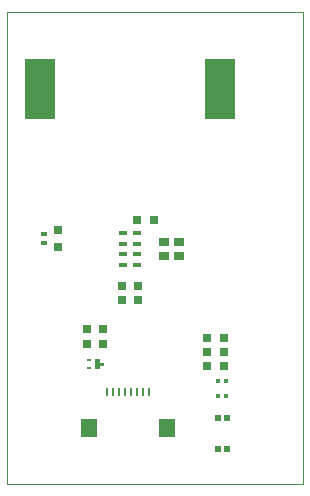
<source format=gtp>
G75*
%MOIN*%
%OFA0B0*%
%FSLAX25Y25*%
%IPPOS*%
%LPD*%
%AMOC8*
5,1,8,0,0,1.08239X$1,22.5*
%
%ADD10C,0.00000*%
%ADD11R,0.03642X0.02756*%
%ADD12R,0.00984X0.02953*%
%ADD13R,0.05512X0.05906*%
%ADD14R,0.01378X0.01772*%
%ADD15R,0.01575X0.00984*%
%ADD16C,0.00001*%
%ADD17R,0.03150X0.02756*%
%ADD18R,0.02756X0.03150*%
%ADD19R,0.02953X0.01772*%
%ADD20R,0.10000X0.20000*%
%ADD21R,0.02362X0.01181*%
%ADD22R,0.02165X0.02165*%
D10*
X0037739Y0009674D02*
X0037739Y0167154D01*
X0136164Y0167154D01*
X0136164Y0009674D01*
X0037739Y0009674D01*
X0066951Y0048257D02*
X0068290Y0048257D01*
X0068290Y0049438D01*
X0069628Y0049438D01*
X0069628Y0050225D01*
X0068290Y0050225D01*
X0068290Y0051406D01*
X0066951Y0051406D01*
X0066951Y0048257D01*
D11*
X0089904Y0085658D03*
X0089904Y0090383D03*
X0095022Y0090383D03*
X0095022Y0085658D03*
D12*
X0084786Y0040383D03*
X0082817Y0040383D03*
X0080849Y0040383D03*
X0078880Y0040383D03*
X0076912Y0040383D03*
X0074943Y0040383D03*
X0072975Y0040383D03*
X0071006Y0040383D03*
D13*
X0064904Y0028375D03*
X0090888Y0028375D03*
D14*
X0108014Y0039005D03*
X0110770Y0039005D03*
X0110770Y0044123D03*
X0108014Y0044123D03*
D15*
X0064904Y0048552D03*
X0064904Y0051111D03*
D16*
X0066951Y0051118D02*
X0068290Y0051118D01*
X0068290Y0051119D02*
X0066951Y0051119D01*
X0066951Y0051120D02*
X0068290Y0051120D01*
X0068290Y0051121D02*
X0066951Y0051121D01*
X0066951Y0051122D02*
X0068290Y0051122D01*
X0068290Y0051123D02*
X0066951Y0051123D01*
X0066951Y0051124D02*
X0068290Y0051124D01*
X0068290Y0051125D02*
X0066951Y0051125D01*
X0066951Y0051126D02*
X0068290Y0051126D01*
X0068290Y0051127D02*
X0066951Y0051127D01*
X0066951Y0051128D02*
X0068290Y0051128D01*
X0068290Y0051129D02*
X0066951Y0051129D01*
X0066951Y0051130D02*
X0068290Y0051130D01*
X0068290Y0051131D02*
X0066951Y0051131D01*
X0066951Y0051132D02*
X0068290Y0051132D01*
X0068290Y0051133D02*
X0066951Y0051133D01*
X0066951Y0051134D02*
X0068290Y0051134D01*
X0068290Y0051135D02*
X0066951Y0051135D01*
X0066951Y0051136D02*
X0068290Y0051136D01*
X0068290Y0051137D02*
X0066951Y0051137D01*
X0066951Y0051138D02*
X0068290Y0051138D01*
X0068290Y0051139D02*
X0066951Y0051139D01*
X0066951Y0051140D02*
X0068290Y0051140D01*
X0068290Y0051141D02*
X0066951Y0051141D01*
X0066951Y0051142D02*
X0068290Y0051142D01*
X0068290Y0051143D02*
X0066951Y0051143D01*
X0066951Y0051144D02*
X0068290Y0051144D01*
X0066951Y0051144D01*
X0066951Y0051145D02*
X0068290Y0051145D01*
X0068290Y0051146D02*
X0066951Y0051146D01*
X0066951Y0051147D02*
X0068290Y0051147D01*
X0068290Y0051148D02*
X0066951Y0051148D01*
X0066951Y0051149D02*
X0068290Y0051149D01*
X0068290Y0051150D02*
X0066951Y0051150D01*
X0066951Y0051151D02*
X0068290Y0051151D01*
X0068290Y0051152D02*
X0066951Y0051152D01*
X0066951Y0051153D02*
X0068290Y0051153D01*
X0068290Y0051154D02*
X0066951Y0051154D01*
X0066951Y0051155D02*
X0068290Y0051155D01*
X0068290Y0051156D02*
X0066951Y0051156D01*
X0066951Y0051157D02*
X0068290Y0051157D01*
X0068290Y0051158D02*
X0066951Y0051158D01*
X0066951Y0051159D02*
X0068290Y0051159D01*
X0068290Y0051160D02*
X0066951Y0051160D01*
X0066951Y0051161D02*
X0068290Y0051161D01*
X0068290Y0051162D02*
X0066951Y0051162D01*
X0066951Y0051163D02*
X0068290Y0051163D01*
X0068290Y0051164D02*
X0066951Y0051164D01*
X0066951Y0051165D02*
X0068290Y0051165D01*
X0068290Y0051166D02*
X0066951Y0051166D01*
X0066951Y0051167D02*
X0068290Y0051167D01*
X0068290Y0051168D02*
X0066951Y0051168D01*
X0066951Y0051169D02*
X0068290Y0051169D01*
X0068290Y0051170D02*
X0066951Y0051170D01*
X0066951Y0051171D02*
X0068290Y0051171D01*
X0068290Y0051172D02*
X0066951Y0051172D01*
X0066951Y0051173D02*
X0068290Y0051173D01*
X0068290Y0051174D02*
X0066951Y0051174D01*
X0066951Y0051175D02*
X0068290Y0051175D01*
X0068290Y0051176D02*
X0066951Y0051176D01*
X0066951Y0051177D02*
X0068290Y0051177D01*
X0068290Y0051178D02*
X0066951Y0051178D01*
X0066951Y0051179D02*
X0068290Y0051179D01*
X0068290Y0051180D02*
X0066951Y0051180D01*
X0066951Y0051181D02*
X0068290Y0051181D01*
X0068290Y0051182D02*
X0066951Y0051182D01*
X0066951Y0051183D02*
X0068290Y0051183D01*
X0068290Y0051184D02*
X0066951Y0051184D01*
X0066951Y0051185D02*
X0068290Y0051185D01*
X0068290Y0051186D02*
X0066951Y0051186D01*
X0066951Y0051187D02*
X0068290Y0051187D01*
X0068290Y0051188D02*
X0066951Y0051188D01*
X0066951Y0051189D02*
X0068290Y0051189D01*
X0068290Y0051190D02*
X0066951Y0051190D01*
X0066951Y0051191D02*
X0068290Y0051191D01*
X0068290Y0051192D02*
X0066951Y0051192D01*
X0066951Y0051193D02*
X0068290Y0051193D01*
X0068290Y0051194D02*
X0066951Y0051194D01*
X0066951Y0051195D02*
X0068290Y0051195D01*
X0068290Y0051196D02*
X0066951Y0051196D01*
X0066951Y0051197D02*
X0068290Y0051197D01*
X0068290Y0051198D02*
X0066951Y0051198D01*
X0066951Y0051199D02*
X0068290Y0051199D01*
X0068290Y0051200D02*
X0066951Y0051200D01*
X0066951Y0051201D02*
X0068290Y0051201D01*
X0068290Y0051202D02*
X0066951Y0051202D01*
X0066951Y0051203D02*
X0068290Y0051203D01*
X0068290Y0051204D02*
X0066951Y0051204D01*
X0066951Y0051205D02*
X0068290Y0051205D01*
X0068290Y0051206D02*
X0066951Y0051206D01*
X0068290Y0051206D01*
X0068290Y0051207D02*
X0066951Y0051207D01*
X0066951Y0051208D02*
X0068290Y0051208D01*
X0068290Y0051209D02*
X0066951Y0051209D01*
X0066951Y0051210D02*
X0068290Y0051210D01*
X0068290Y0051211D02*
X0066951Y0051211D01*
X0066951Y0051212D02*
X0068290Y0051212D01*
X0068290Y0051213D02*
X0066951Y0051213D01*
X0066951Y0051214D02*
X0068290Y0051214D01*
X0068290Y0051215D02*
X0066951Y0051215D01*
X0066951Y0051216D02*
X0068290Y0051216D01*
X0068290Y0051217D02*
X0066951Y0051217D01*
X0066951Y0051218D02*
X0068290Y0051218D01*
X0068290Y0051219D02*
X0066951Y0051219D01*
X0066951Y0051220D02*
X0068290Y0051220D01*
X0068290Y0051221D02*
X0066951Y0051221D01*
X0066951Y0051222D02*
X0068290Y0051222D01*
X0068290Y0051223D02*
X0066951Y0051223D01*
X0066951Y0051224D02*
X0068290Y0051224D01*
X0068290Y0051225D02*
X0066951Y0051225D01*
X0066951Y0051226D02*
X0068290Y0051226D01*
X0068290Y0051227D02*
X0066951Y0051227D01*
X0066951Y0051228D02*
X0068290Y0051228D01*
X0068290Y0051229D02*
X0066951Y0051229D01*
X0066951Y0051230D02*
X0068290Y0051230D01*
X0068290Y0051231D02*
X0066951Y0051231D01*
X0066951Y0051232D02*
X0068290Y0051232D01*
X0068290Y0051233D02*
X0066951Y0051233D01*
X0066951Y0051234D02*
X0068290Y0051234D01*
X0068290Y0051235D02*
X0066951Y0051235D01*
X0066951Y0051236D02*
X0068290Y0051236D01*
X0068290Y0051237D02*
X0066951Y0051237D01*
X0066951Y0051238D02*
X0068290Y0051238D01*
X0068290Y0051239D02*
X0066951Y0051239D01*
X0066951Y0051240D02*
X0068290Y0051240D01*
X0068290Y0051241D02*
X0066951Y0051241D01*
X0066951Y0051242D02*
X0068290Y0051242D01*
X0068290Y0051243D02*
X0066951Y0051243D01*
X0066951Y0051244D02*
X0068290Y0051244D01*
X0068290Y0051245D02*
X0066951Y0051245D01*
X0066951Y0051246D02*
X0068290Y0051246D01*
X0068290Y0051247D02*
X0066951Y0051247D01*
X0066951Y0051248D02*
X0068290Y0051248D01*
X0068290Y0051249D02*
X0066951Y0051249D01*
X0066951Y0051250D02*
X0068290Y0051250D01*
X0068290Y0051251D02*
X0066951Y0051251D01*
X0066951Y0051252D02*
X0068290Y0051252D01*
X0068290Y0051253D02*
X0066951Y0051253D01*
X0066951Y0051254D02*
X0068290Y0051254D01*
X0068290Y0051255D02*
X0066951Y0051255D01*
X0066951Y0051256D02*
X0068290Y0051256D01*
X0068290Y0051257D02*
X0066951Y0051257D01*
X0066951Y0051258D02*
X0068290Y0051258D01*
X0068290Y0051259D02*
X0066951Y0051259D01*
X0066951Y0051260D02*
X0068290Y0051260D01*
X0068290Y0051261D02*
X0066951Y0051261D01*
X0066951Y0051262D02*
X0068290Y0051262D01*
X0068290Y0051263D02*
X0066951Y0051263D01*
X0066951Y0051264D02*
X0068290Y0051264D01*
X0068290Y0051265D02*
X0066951Y0051265D01*
X0066951Y0051266D02*
X0068290Y0051266D01*
X0068290Y0051267D02*
X0066951Y0051267D01*
X0066951Y0051268D02*
X0068290Y0051268D01*
X0068290Y0051269D02*
X0066951Y0051269D01*
X0068290Y0051269D01*
X0068290Y0051270D02*
X0066951Y0051270D01*
X0066951Y0051271D02*
X0068290Y0051271D01*
X0068290Y0051272D02*
X0066951Y0051272D01*
X0066951Y0051273D02*
X0068290Y0051273D01*
X0068290Y0051274D02*
X0066951Y0051274D01*
X0066951Y0051275D02*
X0068290Y0051275D01*
X0068290Y0051276D02*
X0066951Y0051276D01*
X0066951Y0051277D02*
X0068290Y0051277D01*
X0068290Y0051278D02*
X0066951Y0051278D01*
X0066951Y0051279D02*
X0068290Y0051279D01*
X0068290Y0051280D02*
X0066951Y0051280D01*
X0066951Y0051281D02*
X0068290Y0051281D01*
X0068290Y0051282D02*
X0066951Y0051282D01*
X0066951Y0051283D02*
X0068290Y0051283D01*
X0068290Y0051284D02*
X0066951Y0051284D01*
X0066951Y0051285D02*
X0068290Y0051285D01*
X0068290Y0051286D02*
X0066951Y0051286D01*
X0066951Y0051287D02*
X0068290Y0051287D01*
X0068290Y0051288D02*
X0066951Y0051288D01*
X0066951Y0051289D02*
X0068290Y0051289D01*
X0068290Y0051290D02*
X0066951Y0051290D01*
X0066951Y0051291D02*
X0068290Y0051291D01*
X0068290Y0051292D02*
X0066951Y0051292D01*
X0066951Y0051293D02*
X0068290Y0051293D01*
X0068290Y0051294D02*
X0066951Y0051294D01*
X0066951Y0051295D02*
X0068290Y0051295D01*
X0068290Y0051296D02*
X0066951Y0051296D01*
X0066951Y0051297D02*
X0068290Y0051297D01*
X0068290Y0051298D02*
X0066951Y0051298D01*
X0066951Y0051299D02*
X0068290Y0051299D01*
X0068290Y0051300D02*
X0066951Y0051300D01*
X0066951Y0051301D02*
X0068290Y0051301D01*
X0068290Y0051302D02*
X0066951Y0051302D01*
X0066951Y0051303D02*
X0068290Y0051303D01*
X0068290Y0051304D02*
X0066951Y0051304D01*
X0066951Y0051305D02*
X0068290Y0051305D01*
X0068290Y0051306D02*
X0066951Y0051306D01*
X0066951Y0051307D02*
X0068290Y0051307D01*
X0068290Y0051308D02*
X0066951Y0051308D01*
X0066951Y0051309D02*
X0068290Y0051309D01*
X0068290Y0051310D02*
X0066951Y0051310D01*
X0066951Y0051311D02*
X0068290Y0051311D01*
X0068290Y0051312D02*
X0066951Y0051312D01*
X0066951Y0051313D02*
X0068290Y0051313D01*
X0068290Y0051314D02*
X0066951Y0051314D01*
X0066951Y0051315D02*
X0068290Y0051315D01*
X0068290Y0051316D02*
X0066951Y0051316D01*
X0066951Y0051317D02*
X0068290Y0051317D01*
X0068290Y0051318D02*
X0066951Y0051318D01*
X0066951Y0051319D02*
X0068290Y0051319D01*
X0068290Y0051320D02*
X0066951Y0051320D01*
X0066951Y0051321D02*
X0068290Y0051321D01*
X0068290Y0051322D02*
X0066951Y0051322D01*
X0066951Y0051323D02*
X0068290Y0051323D01*
X0068290Y0051324D02*
X0066951Y0051324D01*
X0066951Y0051325D02*
X0068290Y0051325D01*
X0068290Y0051326D02*
X0066951Y0051326D01*
X0066951Y0051327D02*
X0068290Y0051327D01*
X0068290Y0051328D02*
X0066951Y0051328D01*
X0066951Y0051329D02*
X0068290Y0051329D01*
X0068290Y0051330D02*
X0066951Y0051330D01*
X0066951Y0051331D02*
X0068290Y0051331D01*
X0066951Y0051331D01*
X0066951Y0051332D02*
X0068290Y0051332D01*
X0068290Y0051333D02*
X0066951Y0051333D01*
X0066951Y0051334D02*
X0068290Y0051334D01*
X0068290Y0051335D02*
X0066951Y0051335D01*
X0066951Y0051336D02*
X0068290Y0051336D01*
X0068290Y0051337D02*
X0066951Y0051337D01*
X0066951Y0051338D02*
X0068290Y0051338D01*
X0068290Y0051339D02*
X0066951Y0051339D01*
X0066951Y0051340D02*
X0068290Y0051340D01*
X0068290Y0051341D02*
X0066951Y0051341D01*
X0066951Y0051342D02*
X0068290Y0051342D01*
X0068290Y0051343D02*
X0066951Y0051343D01*
X0066951Y0051344D02*
X0068290Y0051344D01*
X0068290Y0051345D02*
X0066951Y0051345D01*
X0066951Y0051346D02*
X0068290Y0051346D01*
X0068290Y0051347D02*
X0066951Y0051347D01*
X0066951Y0051348D02*
X0068290Y0051348D01*
X0068290Y0051349D02*
X0066951Y0051349D01*
X0066951Y0051350D02*
X0068290Y0051350D01*
X0068290Y0051351D02*
X0066951Y0051351D01*
X0066951Y0051352D02*
X0068290Y0051352D01*
X0068290Y0051353D02*
X0066951Y0051353D01*
X0066951Y0051354D02*
X0068290Y0051354D01*
X0068290Y0051355D02*
X0066951Y0051355D01*
X0066951Y0051356D02*
X0068290Y0051356D01*
X0068290Y0051357D02*
X0066951Y0051357D01*
X0066951Y0051358D02*
X0068290Y0051358D01*
X0068290Y0051359D02*
X0066951Y0051359D01*
X0066951Y0051360D02*
X0068290Y0051360D01*
X0068290Y0051361D02*
X0066951Y0051361D01*
X0066951Y0051362D02*
X0068290Y0051362D01*
X0068290Y0051363D02*
X0066951Y0051363D01*
X0066951Y0051364D02*
X0068290Y0051364D01*
X0068290Y0051365D02*
X0066951Y0051365D01*
X0066951Y0051366D02*
X0068290Y0051366D01*
X0068290Y0051367D02*
X0066951Y0051367D01*
X0066951Y0051368D02*
X0068290Y0051368D01*
X0068290Y0051369D02*
X0066951Y0051369D01*
X0066951Y0051370D02*
X0068290Y0051370D01*
X0068290Y0051371D02*
X0066951Y0051371D01*
X0066951Y0051372D02*
X0068290Y0051372D01*
X0068290Y0051373D02*
X0066951Y0051373D01*
X0066951Y0051374D02*
X0068290Y0051374D01*
X0068290Y0051375D02*
X0066951Y0051375D01*
X0066951Y0051376D02*
X0068290Y0051376D01*
X0068290Y0051377D02*
X0066951Y0051377D01*
X0066951Y0051378D02*
X0068290Y0051378D01*
X0068290Y0051379D02*
X0066951Y0051379D01*
X0066951Y0051380D02*
X0068290Y0051380D01*
X0068290Y0051381D02*
X0066951Y0051381D01*
X0066951Y0051382D02*
X0068290Y0051382D01*
X0068290Y0051383D02*
X0066951Y0051383D01*
X0066951Y0051384D02*
X0068290Y0051384D01*
X0068290Y0051385D02*
X0066951Y0051385D01*
X0066951Y0051386D02*
X0068290Y0051386D01*
X0068290Y0051387D02*
X0066951Y0051387D01*
X0066951Y0051388D02*
X0068290Y0051388D01*
X0068290Y0051389D02*
X0066951Y0051389D01*
X0066951Y0051390D02*
X0068290Y0051390D01*
X0068290Y0051391D02*
X0066951Y0051391D01*
X0066951Y0051392D02*
X0068290Y0051392D01*
X0068290Y0051393D02*
X0066951Y0051393D01*
X0066951Y0051394D02*
X0068290Y0051394D01*
X0066951Y0051394D01*
X0066951Y0051395D02*
X0068290Y0051395D01*
X0068290Y0051396D02*
X0066951Y0051396D01*
X0066951Y0051397D02*
X0068290Y0051397D01*
X0068290Y0051398D02*
X0066951Y0051398D01*
X0066951Y0051399D02*
X0068290Y0051399D01*
X0068290Y0051400D02*
X0066951Y0051400D01*
X0066951Y0051401D02*
X0068290Y0051401D01*
X0068290Y0051402D02*
X0066951Y0051402D01*
X0066951Y0051403D02*
X0068290Y0051403D01*
X0068290Y0051404D02*
X0066951Y0051404D01*
X0066951Y0051405D02*
X0068290Y0051405D01*
X0068290Y0051117D02*
X0066951Y0051117D01*
X0066951Y0051116D02*
X0068290Y0051116D01*
X0068290Y0051115D02*
X0066951Y0051115D01*
X0066951Y0051114D02*
X0068290Y0051114D01*
X0068290Y0051113D02*
X0066951Y0051113D01*
X0066951Y0051112D02*
X0068290Y0051112D01*
X0068290Y0051111D02*
X0066951Y0051111D01*
X0066951Y0051110D02*
X0068290Y0051110D01*
X0068290Y0051109D02*
X0066951Y0051109D01*
X0066951Y0051108D02*
X0068290Y0051108D01*
X0068290Y0051107D02*
X0066951Y0051107D01*
X0066951Y0051106D02*
X0068290Y0051106D01*
X0068290Y0051105D02*
X0066951Y0051105D01*
X0066951Y0051104D02*
X0068290Y0051104D01*
X0068290Y0051103D02*
X0066951Y0051103D01*
X0066951Y0051102D02*
X0068290Y0051102D01*
X0068290Y0051101D02*
X0066951Y0051101D01*
X0066951Y0051100D02*
X0068290Y0051100D01*
X0068290Y0051099D02*
X0066951Y0051099D01*
X0066951Y0051098D02*
X0068290Y0051098D01*
X0068290Y0051097D02*
X0066951Y0051097D01*
X0066951Y0051096D02*
X0068290Y0051096D01*
X0068290Y0051095D02*
X0066951Y0051095D01*
X0066951Y0051094D02*
X0068290Y0051094D01*
X0068290Y0051093D02*
X0066951Y0051093D01*
X0066951Y0051092D02*
X0068290Y0051092D01*
X0068290Y0051091D02*
X0066951Y0051091D01*
X0066951Y0051090D02*
X0068290Y0051090D01*
X0068290Y0051089D02*
X0066951Y0051089D01*
X0066951Y0051088D02*
X0068290Y0051088D01*
X0068290Y0051087D02*
X0066951Y0051087D01*
X0066951Y0051086D02*
X0068290Y0051086D01*
X0068290Y0051085D02*
X0066951Y0051085D01*
X0066951Y0051084D02*
X0068290Y0051084D01*
X0068290Y0051083D02*
X0066951Y0051083D01*
X0066951Y0051082D02*
X0068290Y0051082D01*
X0068290Y0051081D02*
X0066951Y0051081D01*
X0068290Y0051081D01*
X0068290Y0051080D02*
X0066951Y0051080D01*
X0066951Y0051079D02*
X0068290Y0051079D01*
X0068290Y0051078D02*
X0066951Y0051078D01*
X0066951Y0051077D02*
X0068290Y0051077D01*
X0068290Y0051076D02*
X0066951Y0051076D01*
X0066951Y0051075D02*
X0068290Y0051075D01*
X0068290Y0051074D02*
X0066951Y0051074D01*
X0066951Y0051073D02*
X0068290Y0051073D01*
X0068290Y0051072D02*
X0066951Y0051072D01*
X0066951Y0051071D02*
X0068290Y0051071D01*
X0068290Y0051070D02*
X0066951Y0051070D01*
X0066951Y0051069D02*
X0068290Y0051069D01*
X0068290Y0051068D02*
X0066951Y0051068D01*
X0066951Y0051067D02*
X0068290Y0051067D01*
X0068290Y0051066D02*
X0066951Y0051066D01*
X0066951Y0051065D02*
X0068290Y0051065D01*
X0068290Y0051064D02*
X0066951Y0051064D01*
X0066951Y0051063D02*
X0068290Y0051063D01*
X0068290Y0051062D02*
X0066951Y0051062D01*
X0066951Y0051061D02*
X0068290Y0051061D01*
X0068290Y0051060D02*
X0066951Y0051060D01*
X0066951Y0051059D02*
X0068290Y0051059D01*
X0068290Y0051058D02*
X0066951Y0051058D01*
X0066951Y0051057D02*
X0068290Y0051057D01*
X0068290Y0051056D02*
X0066951Y0051056D01*
X0066951Y0051055D02*
X0068290Y0051055D01*
X0068290Y0051054D02*
X0066951Y0051054D01*
X0066951Y0051053D02*
X0068290Y0051053D01*
X0068290Y0051052D02*
X0066951Y0051052D01*
X0066951Y0051051D02*
X0068290Y0051051D01*
X0068290Y0051050D02*
X0066951Y0051050D01*
X0066951Y0051049D02*
X0068290Y0051049D01*
X0068290Y0051048D02*
X0066951Y0051048D01*
X0066951Y0051047D02*
X0068290Y0051047D01*
X0068290Y0051046D02*
X0066951Y0051046D01*
X0066951Y0051045D02*
X0068290Y0051045D01*
X0068290Y0051044D02*
X0066951Y0051044D01*
X0066951Y0051043D02*
X0068290Y0051043D01*
X0068290Y0051042D02*
X0066951Y0051042D01*
X0066951Y0051041D02*
X0068290Y0051041D01*
X0068290Y0051040D02*
X0066951Y0051040D01*
X0066951Y0051039D02*
X0068290Y0051039D01*
X0068290Y0051038D02*
X0066951Y0051038D01*
X0066951Y0051037D02*
X0068290Y0051037D01*
X0068290Y0051036D02*
X0066951Y0051036D01*
X0066951Y0051035D02*
X0068290Y0051035D01*
X0068290Y0051034D02*
X0066951Y0051034D01*
X0066951Y0051033D02*
X0068290Y0051033D01*
X0068290Y0051032D02*
X0066951Y0051032D01*
X0066951Y0051031D02*
X0068290Y0051031D01*
X0068290Y0051030D02*
X0066951Y0051030D01*
X0066951Y0051029D02*
X0068290Y0051029D01*
X0068290Y0051028D02*
X0066951Y0051028D01*
X0066951Y0051027D02*
X0068290Y0051027D01*
X0068290Y0051026D02*
X0066951Y0051026D01*
X0066951Y0051025D02*
X0068290Y0051025D01*
X0068290Y0051024D02*
X0066951Y0051024D01*
X0066951Y0051023D02*
X0068290Y0051023D01*
X0068290Y0051022D02*
X0066951Y0051022D01*
X0066951Y0051021D02*
X0068290Y0051021D01*
X0068290Y0051020D02*
X0066951Y0051020D01*
X0066951Y0051019D02*
X0068290Y0051019D01*
X0066951Y0051019D01*
X0066951Y0051018D02*
X0068290Y0051018D01*
X0068290Y0051017D02*
X0066951Y0051017D01*
X0066951Y0051016D02*
X0068290Y0051016D01*
X0068290Y0051015D02*
X0066951Y0051015D01*
X0066951Y0051014D02*
X0068290Y0051014D01*
X0068290Y0051013D02*
X0066951Y0051013D01*
X0066951Y0051012D02*
X0068290Y0051012D01*
X0068290Y0051011D02*
X0066951Y0051011D01*
X0066951Y0051010D02*
X0068290Y0051010D01*
X0068290Y0051009D02*
X0066951Y0051009D01*
X0066951Y0051008D02*
X0068290Y0051008D01*
X0068290Y0051007D02*
X0066951Y0051007D01*
X0066951Y0051006D02*
X0068290Y0051006D01*
X0068290Y0051005D02*
X0066951Y0051005D01*
X0066951Y0051004D02*
X0068290Y0051004D01*
X0068290Y0051003D02*
X0066951Y0051003D01*
X0066951Y0051002D02*
X0068290Y0051002D01*
X0068290Y0051001D02*
X0066951Y0051001D01*
X0066951Y0051000D02*
X0068290Y0051000D01*
X0068290Y0050999D02*
X0066951Y0050999D01*
X0066951Y0050998D02*
X0068290Y0050998D01*
X0068290Y0050997D02*
X0066951Y0050997D01*
X0066951Y0050996D02*
X0068290Y0050996D01*
X0068290Y0050995D02*
X0066951Y0050995D01*
X0066951Y0050994D02*
X0068290Y0050994D01*
X0068290Y0050993D02*
X0066951Y0050993D01*
X0066951Y0050992D02*
X0068290Y0050992D01*
X0068290Y0050991D02*
X0066951Y0050991D01*
X0066951Y0050990D02*
X0068290Y0050990D01*
X0068290Y0050989D02*
X0066951Y0050989D01*
X0066951Y0050988D02*
X0068290Y0050988D01*
X0068290Y0050987D02*
X0066951Y0050987D01*
X0066951Y0050986D02*
X0068290Y0050986D01*
X0068290Y0050985D02*
X0066951Y0050985D01*
X0066951Y0050984D02*
X0068290Y0050984D01*
X0068290Y0050983D02*
X0066951Y0050983D01*
X0066951Y0050982D02*
X0068290Y0050982D01*
X0068290Y0050981D02*
X0066951Y0050981D01*
X0066951Y0050980D02*
X0068290Y0050980D01*
X0068290Y0050979D02*
X0066951Y0050979D01*
X0066951Y0050978D02*
X0068290Y0050978D01*
X0068290Y0050977D02*
X0066951Y0050977D01*
X0066951Y0050976D02*
X0068290Y0050976D01*
X0068290Y0050975D02*
X0066951Y0050975D01*
X0066951Y0050974D02*
X0068290Y0050974D01*
X0068290Y0050973D02*
X0066951Y0050973D01*
X0066951Y0050972D02*
X0068290Y0050972D01*
X0068290Y0050971D02*
X0066951Y0050971D01*
X0066951Y0050970D02*
X0068290Y0050970D01*
X0068290Y0050969D02*
X0066951Y0050969D01*
X0066951Y0050968D02*
X0068290Y0050968D01*
X0068290Y0050967D02*
X0066951Y0050967D01*
X0066951Y0050966D02*
X0068290Y0050966D01*
X0068290Y0050965D02*
X0066951Y0050965D01*
X0066951Y0050964D02*
X0068290Y0050964D01*
X0068290Y0050963D02*
X0066951Y0050963D01*
X0066951Y0050962D02*
X0068290Y0050962D01*
X0068290Y0050961D02*
X0066951Y0050961D01*
X0066951Y0050960D02*
X0068290Y0050960D01*
X0068290Y0050959D02*
X0066951Y0050959D01*
X0066951Y0050958D02*
X0068290Y0050958D01*
X0068290Y0050957D02*
X0066951Y0050957D01*
X0066951Y0050956D02*
X0068290Y0050956D01*
X0066951Y0050956D01*
X0066951Y0050955D02*
X0068290Y0050955D01*
X0068290Y0050954D02*
X0066951Y0050954D01*
X0066951Y0050953D02*
X0068290Y0050953D01*
X0068290Y0050952D02*
X0066951Y0050952D01*
X0066951Y0050951D02*
X0068290Y0050951D01*
X0068290Y0050950D02*
X0066951Y0050950D01*
X0066951Y0050949D02*
X0068290Y0050949D01*
X0068290Y0050948D02*
X0066951Y0050948D01*
X0066951Y0050947D02*
X0068290Y0050947D01*
X0068290Y0050946D02*
X0066951Y0050946D01*
X0066951Y0050945D02*
X0068290Y0050945D01*
X0068290Y0050944D02*
X0066951Y0050944D01*
X0066951Y0050943D02*
X0068290Y0050943D01*
X0068290Y0050942D02*
X0066951Y0050942D01*
X0066951Y0050941D02*
X0068290Y0050941D01*
X0068290Y0050940D02*
X0066951Y0050940D01*
X0066951Y0050939D02*
X0068290Y0050939D01*
X0068290Y0050938D02*
X0066951Y0050938D01*
X0066951Y0050937D02*
X0068290Y0050937D01*
X0068290Y0050936D02*
X0066951Y0050936D01*
X0066951Y0050935D02*
X0068290Y0050935D01*
X0068290Y0050934D02*
X0066951Y0050934D01*
X0066951Y0050933D02*
X0068290Y0050933D01*
X0068290Y0050932D02*
X0066951Y0050932D01*
X0066951Y0050931D02*
X0068290Y0050931D01*
X0068290Y0050930D02*
X0066951Y0050930D01*
X0066951Y0050929D02*
X0068290Y0050929D01*
X0068290Y0050928D02*
X0066951Y0050928D01*
X0066951Y0050927D02*
X0068290Y0050927D01*
X0068290Y0050926D02*
X0066951Y0050926D01*
X0066951Y0050925D02*
X0068290Y0050925D01*
X0068290Y0050924D02*
X0066951Y0050924D01*
X0066951Y0050923D02*
X0068290Y0050923D01*
X0068290Y0050922D02*
X0066951Y0050922D01*
X0066951Y0050921D02*
X0068290Y0050921D01*
X0068290Y0050920D02*
X0066951Y0050920D01*
X0066951Y0050919D02*
X0068290Y0050919D01*
X0068290Y0050918D02*
X0066951Y0050918D01*
X0066951Y0050917D02*
X0068290Y0050917D01*
X0068290Y0050916D02*
X0066951Y0050916D01*
X0066951Y0050915D02*
X0068290Y0050915D01*
X0068290Y0050914D02*
X0066951Y0050914D01*
X0066951Y0050913D02*
X0068290Y0050913D01*
X0068290Y0050912D02*
X0066951Y0050912D01*
X0066951Y0050911D02*
X0068290Y0050911D01*
X0068290Y0050910D02*
X0066951Y0050910D01*
X0066951Y0050909D02*
X0068290Y0050909D01*
X0068290Y0050908D02*
X0066951Y0050908D01*
X0066951Y0050907D02*
X0068290Y0050907D01*
X0068290Y0050906D02*
X0066951Y0050906D01*
X0066951Y0050905D02*
X0068290Y0050905D01*
X0068290Y0050904D02*
X0066951Y0050904D01*
X0066951Y0050903D02*
X0068290Y0050903D01*
X0068290Y0050902D02*
X0066951Y0050902D01*
X0066951Y0050901D02*
X0068290Y0050901D01*
X0068290Y0050900D02*
X0066951Y0050900D01*
X0066951Y0050899D02*
X0068290Y0050899D01*
X0068290Y0050898D02*
X0066951Y0050898D01*
X0066951Y0050897D02*
X0068290Y0050897D01*
X0068290Y0050896D02*
X0066951Y0050896D01*
X0066951Y0050895D02*
X0068290Y0050895D01*
X0068290Y0050894D02*
X0066951Y0050894D01*
X0068290Y0050894D01*
X0068290Y0050893D02*
X0066951Y0050893D01*
X0066951Y0050892D02*
X0068290Y0050892D01*
X0068290Y0050891D02*
X0066951Y0050891D01*
X0066951Y0050890D02*
X0068290Y0050890D01*
X0068290Y0050889D02*
X0066951Y0050889D01*
X0066951Y0050888D02*
X0068290Y0050888D01*
X0068290Y0050887D02*
X0066951Y0050887D01*
X0066951Y0050886D02*
X0068290Y0050886D01*
X0068290Y0050885D02*
X0066951Y0050885D01*
X0066951Y0050884D02*
X0068290Y0050884D01*
X0068290Y0050883D02*
X0066951Y0050883D01*
X0066951Y0050882D02*
X0068290Y0050882D01*
X0068290Y0050881D02*
X0066951Y0050881D01*
X0066951Y0050880D02*
X0068290Y0050880D01*
X0068290Y0050879D02*
X0066951Y0050879D01*
X0066951Y0050878D02*
X0068290Y0050878D01*
X0068290Y0050877D02*
X0066951Y0050877D01*
X0066951Y0050876D02*
X0068290Y0050876D01*
X0068290Y0050875D02*
X0066951Y0050875D01*
X0066951Y0050874D02*
X0068290Y0050874D01*
X0068290Y0050873D02*
X0066951Y0050873D01*
X0066951Y0050872D02*
X0068290Y0050872D01*
X0068290Y0050871D02*
X0066951Y0050871D01*
X0066951Y0050870D02*
X0068290Y0050870D01*
X0068290Y0050869D02*
X0066951Y0050869D01*
X0066951Y0050868D02*
X0068290Y0050868D01*
X0068290Y0050867D02*
X0066951Y0050867D01*
X0066951Y0050866D02*
X0068290Y0050866D01*
X0068290Y0050865D02*
X0066951Y0050865D01*
X0066951Y0050864D02*
X0068290Y0050864D01*
X0068290Y0050863D02*
X0066951Y0050863D01*
X0066951Y0050862D02*
X0068290Y0050862D01*
X0068290Y0050861D02*
X0066951Y0050861D01*
X0066951Y0050860D02*
X0068290Y0050860D01*
X0068290Y0050859D02*
X0066951Y0050859D01*
X0066951Y0050858D02*
X0068290Y0050858D01*
X0068290Y0050857D02*
X0066951Y0050857D01*
X0066951Y0050856D02*
X0068290Y0050856D01*
X0068290Y0050855D02*
X0066951Y0050855D01*
X0066951Y0050854D02*
X0068290Y0050854D01*
X0068290Y0050853D02*
X0066951Y0050853D01*
X0066951Y0050852D02*
X0068290Y0050852D01*
X0068290Y0050851D02*
X0066951Y0050851D01*
X0066951Y0050850D02*
X0068290Y0050850D01*
X0068290Y0050849D02*
X0066951Y0050849D01*
X0066951Y0050848D02*
X0068290Y0050848D01*
X0068290Y0050847D02*
X0066951Y0050847D01*
X0066951Y0050846D02*
X0068290Y0050846D01*
X0068290Y0050845D02*
X0066951Y0050845D01*
X0066951Y0050844D02*
X0068290Y0050844D01*
X0068290Y0050843D02*
X0066951Y0050843D01*
X0066951Y0050842D02*
X0068290Y0050842D01*
X0068290Y0050841D02*
X0066951Y0050841D01*
X0066951Y0050840D02*
X0068290Y0050840D01*
X0068290Y0050839D02*
X0066951Y0050839D01*
X0066951Y0050838D02*
X0068290Y0050838D01*
X0068290Y0050837D02*
X0066951Y0050837D01*
X0066951Y0050836D02*
X0068290Y0050836D01*
X0068290Y0050835D02*
X0066951Y0050835D01*
X0066951Y0050834D02*
X0068290Y0050834D01*
X0068290Y0050833D02*
X0066951Y0050833D01*
X0066951Y0050832D02*
X0068290Y0050832D01*
X0068290Y0050831D02*
X0066951Y0050831D01*
X0068290Y0050831D01*
X0068290Y0050830D02*
X0066951Y0050830D01*
X0066951Y0050829D02*
X0068290Y0050829D01*
X0068290Y0050828D02*
X0066951Y0050828D01*
X0066951Y0050827D02*
X0068290Y0050827D01*
X0068290Y0050826D02*
X0066951Y0050826D01*
X0066951Y0050825D02*
X0068290Y0050825D01*
X0068290Y0050824D02*
X0066951Y0050824D01*
X0066951Y0050823D02*
X0068290Y0050823D01*
X0068290Y0050822D02*
X0066951Y0050822D01*
X0066951Y0050821D02*
X0068290Y0050821D01*
X0068290Y0050820D02*
X0066951Y0050820D01*
X0066951Y0050819D02*
X0068290Y0050819D01*
X0068290Y0050818D02*
X0066951Y0050818D01*
X0066951Y0050817D02*
X0068290Y0050817D01*
X0068290Y0050816D02*
X0066951Y0050816D01*
X0066951Y0050815D02*
X0068290Y0050815D01*
X0068290Y0050814D02*
X0066951Y0050814D01*
X0066951Y0050813D02*
X0068290Y0050813D01*
X0068290Y0050812D02*
X0066951Y0050812D01*
X0066951Y0050811D02*
X0068290Y0050811D01*
X0068290Y0050810D02*
X0066951Y0050810D01*
X0066951Y0050809D02*
X0068290Y0050809D01*
X0068290Y0050808D02*
X0066951Y0050808D01*
X0066951Y0050807D02*
X0068290Y0050807D01*
X0068290Y0050806D02*
X0066951Y0050806D01*
X0066951Y0050805D02*
X0068290Y0050805D01*
X0068290Y0050804D02*
X0066951Y0050804D01*
X0066951Y0050803D02*
X0068290Y0050803D01*
X0068290Y0050802D02*
X0066951Y0050802D01*
X0066951Y0050801D02*
X0068290Y0050801D01*
X0068290Y0050800D02*
X0066951Y0050800D01*
X0066951Y0050799D02*
X0068290Y0050799D01*
X0068290Y0050798D02*
X0066951Y0050798D01*
X0066951Y0050797D02*
X0068290Y0050797D01*
X0068290Y0050796D02*
X0066951Y0050796D01*
X0066951Y0050795D02*
X0068290Y0050795D01*
X0068290Y0050794D02*
X0066951Y0050794D01*
X0066951Y0050793D02*
X0068290Y0050793D01*
X0068290Y0050792D02*
X0066951Y0050792D01*
X0066951Y0050791D02*
X0068290Y0050791D01*
X0068290Y0050790D02*
X0066951Y0050790D01*
X0066951Y0050789D02*
X0068290Y0050789D01*
X0068290Y0050788D02*
X0066951Y0050788D01*
X0066951Y0050787D02*
X0068290Y0050787D01*
X0068290Y0050786D02*
X0066951Y0050786D01*
X0066951Y0050785D02*
X0068290Y0050785D01*
X0068290Y0050784D02*
X0066951Y0050784D01*
X0066951Y0050783D02*
X0068290Y0050783D01*
X0068290Y0050782D02*
X0066951Y0050782D01*
X0066951Y0050781D02*
X0068290Y0050781D01*
X0068290Y0050780D02*
X0066951Y0050780D01*
X0066951Y0050779D02*
X0068290Y0050779D01*
X0068290Y0050778D02*
X0066951Y0050778D01*
X0066951Y0050777D02*
X0068290Y0050777D01*
X0068290Y0050776D02*
X0066951Y0050776D01*
X0066951Y0050775D02*
X0068290Y0050775D01*
X0068290Y0050774D02*
X0066951Y0050774D01*
X0066951Y0050773D02*
X0068290Y0050773D01*
X0068290Y0050772D02*
X0066951Y0050772D01*
X0066951Y0050771D02*
X0068290Y0050771D01*
X0068290Y0050770D02*
X0066951Y0050770D01*
X0066951Y0050769D02*
X0068290Y0050769D01*
X0066951Y0050769D01*
X0066951Y0050768D02*
X0068290Y0050768D01*
X0068290Y0050767D02*
X0066951Y0050767D01*
X0066951Y0050766D02*
X0068290Y0050766D01*
X0068290Y0050765D02*
X0066951Y0050765D01*
X0066951Y0050764D02*
X0068290Y0050764D01*
X0068290Y0050763D02*
X0066951Y0050763D01*
X0066951Y0050762D02*
X0068290Y0050762D01*
X0068290Y0050761D02*
X0066951Y0050761D01*
X0066951Y0050760D02*
X0068290Y0050760D01*
X0068290Y0050759D02*
X0066951Y0050759D01*
X0066951Y0050758D02*
X0068290Y0050758D01*
X0068290Y0050757D02*
X0066951Y0050757D01*
X0066951Y0050756D02*
X0068290Y0050756D01*
X0068290Y0050755D02*
X0066951Y0050755D01*
X0066951Y0050754D02*
X0068290Y0050754D01*
X0068290Y0050753D02*
X0066951Y0050753D01*
X0066951Y0050752D02*
X0068290Y0050752D01*
X0068290Y0050751D02*
X0066951Y0050751D01*
X0066951Y0050750D02*
X0068290Y0050750D01*
X0068290Y0050749D02*
X0066951Y0050749D01*
X0066951Y0050748D02*
X0068290Y0050748D01*
X0068290Y0050747D02*
X0066951Y0050747D01*
X0066951Y0050746D02*
X0068290Y0050746D01*
X0068290Y0050745D02*
X0066951Y0050745D01*
X0066951Y0050744D02*
X0068290Y0050744D01*
X0068290Y0050743D02*
X0066951Y0050743D01*
X0066951Y0050742D02*
X0068290Y0050742D01*
X0068290Y0050741D02*
X0066951Y0050741D01*
X0066951Y0050740D02*
X0068290Y0050740D01*
X0068290Y0050739D02*
X0066951Y0050739D01*
X0066951Y0050738D02*
X0068290Y0050738D01*
X0068290Y0050737D02*
X0066951Y0050737D01*
X0066951Y0050736D02*
X0068290Y0050736D01*
X0068290Y0050735D02*
X0066951Y0050735D01*
X0066951Y0050734D02*
X0068290Y0050734D01*
X0068290Y0050733D02*
X0066951Y0050733D01*
X0066951Y0050732D02*
X0068290Y0050732D01*
X0068290Y0050731D02*
X0066951Y0050731D01*
X0066951Y0050730D02*
X0068290Y0050730D01*
X0068290Y0050729D02*
X0066951Y0050729D01*
X0066951Y0050728D02*
X0068290Y0050728D01*
X0068290Y0050727D02*
X0066951Y0050727D01*
X0066951Y0050726D02*
X0068290Y0050726D01*
X0068290Y0050725D02*
X0066951Y0050725D01*
X0066951Y0050724D02*
X0068290Y0050724D01*
X0068290Y0050723D02*
X0066951Y0050723D01*
X0066951Y0050722D02*
X0068290Y0050722D01*
X0068290Y0050721D02*
X0066951Y0050721D01*
X0066951Y0050720D02*
X0068290Y0050720D01*
X0068290Y0050719D02*
X0066951Y0050719D01*
X0066951Y0050718D02*
X0068290Y0050718D01*
X0068290Y0050717D02*
X0066951Y0050717D01*
X0066951Y0050716D02*
X0068290Y0050716D01*
X0068290Y0050715D02*
X0066951Y0050715D01*
X0066951Y0050714D02*
X0068290Y0050714D01*
X0068290Y0050713D02*
X0066951Y0050713D01*
X0066951Y0050712D02*
X0068290Y0050712D01*
X0068290Y0050711D02*
X0066951Y0050711D01*
X0066951Y0050710D02*
X0068290Y0050710D01*
X0068290Y0050709D02*
X0066951Y0050709D01*
X0066951Y0050708D02*
X0068290Y0050708D01*
X0068290Y0050707D02*
X0066951Y0050707D01*
X0066951Y0050706D02*
X0068290Y0050706D01*
X0066951Y0050706D01*
X0066951Y0050705D02*
X0068290Y0050705D01*
X0068290Y0050704D02*
X0066951Y0050704D01*
X0066951Y0050703D02*
X0068290Y0050703D01*
X0068290Y0050702D02*
X0066951Y0050702D01*
X0066951Y0050701D02*
X0068290Y0050701D01*
X0068290Y0050700D02*
X0066951Y0050700D01*
X0066951Y0050699D02*
X0068290Y0050699D01*
X0068290Y0050698D02*
X0066951Y0050698D01*
X0066951Y0050697D02*
X0068290Y0050697D01*
X0068290Y0050696D02*
X0066951Y0050696D01*
X0066951Y0050695D02*
X0068290Y0050695D01*
X0068290Y0050694D02*
X0066951Y0050694D01*
X0066951Y0050693D02*
X0068290Y0050693D01*
X0068290Y0050692D02*
X0066951Y0050692D01*
X0066951Y0050691D02*
X0068290Y0050691D01*
X0068290Y0050690D02*
X0066951Y0050690D01*
X0066951Y0050689D02*
X0068290Y0050689D01*
X0068290Y0050688D02*
X0066951Y0050688D01*
X0066951Y0050687D02*
X0068290Y0050687D01*
X0068290Y0050686D02*
X0066951Y0050686D01*
X0066951Y0050685D02*
X0068290Y0050685D01*
X0068290Y0050684D02*
X0066951Y0050684D01*
X0066951Y0050683D02*
X0068290Y0050683D01*
X0068290Y0050682D02*
X0066951Y0050682D01*
X0066951Y0050681D02*
X0068290Y0050681D01*
X0068290Y0050680D02*
X0066951Y0050680D01*
X0066951Y0050679D02*
X0068290Y0050679D01*
X0068290Y0050678D02*
X0066951Y0050678D01*
X0066951Y0050677D02*
X0068290Y0050677D01*
X0068290Y0050676D02*
X0066951Y0050676D01*
X0066951Y0050675D02*
X0068290Y0050675D01*
X0068290Y0050674D02*
X0066951Y0050674D01*
X0066951Y0050673D02*
X0068290Y0050673D01*
X0068290Y0050672D02*
X0066951Y0050672D01*
X0066951Y0050671D02*
X0068290Y0050671D01*
X0068290Y0050670D02*
X0066951Y0050670D01*
X0066951Y0050669D02*
X0068290Y0050669D01*
X0068290Y0050668D02*
X0066951Y0050668D01*
X0066951Y0050667D02*
X0068290Y0050667D01*
X0068290Y0050666D02*
X0066951Y0050666D01*
X0066951Y0050665D02*
X0068290Y0050665D01*
X0068290Y0050664D02*
X0066951Y0050664D01*
X0066951Y0050663D02*
X0068290Y0050663D01*
X0068290Y0050662D02*
X0066951Y0050662D01*
X0066951Y0050661D02*
X0068290Y0050661D01*
X0068290Y0050660D02*
X0066951Y0050660D01*
X0066951Y0050659D02*
X0068290Y0050659D01*
X0068290Y0050658D02*
X0066951Y0050658D01*
X0066951Y0050657D02*
X0068290Y0050657D01*
X0068290Y0050656D02*
X0066951Y0050656D01*
X0066951Y0050655D02*
X0068290Y0050655D01*
X0068290Y0050654D02*
X0066951Y0050654D01*
X0066951Y0050653D02*
X0068290Y0050653D01*
X0068290Y0050652D02*
X0066951Y0050652D01*
X0066951Y0050651D02*
X0068290Y0050651D01*
X0068290Y0050650D02*
X0066951Y0050650D01*
X0066951Y0050649D02*
X0068290Y0050649D01*
X0068290Y0050648D02*
X0066951Y0050648D01*
X0066951Y0050647D02*
X0068290Y0050647D01*
X0068290Y0050646D02*
X0066951Y0050646D01*
X0066951Y0050645D02*
X0068290Y0050645D01*
X0068290Y0050644D02*
X0066951Y0050644D01*
X0068290Y0050644D01*
X0068290Y0050643D02*
X0066951Y0050643D01*
X0066951Y0050642D02*
X0068290Y0050642D01*
X0068290Y0050641D02*
X0066951Y0050641D01*
X0066951Y0050640D02*
X0068290Y0050640D01*
X0068290Y0050639D02*
X0066951Y0050639D01*
X0066951Y0050638D02*
X0068290Y0050638D01*
X0068290Y0050637D02*
X0066951Y0050637D01*
X0066951Y0050636D02*
X0068290Y0050636D01*
X0068290Y0050635D02*
X0066951Y0050635D01*
X0066951Y0050634D02*
X0068290Y0050634D01*
X0068290Y0050633D02*
X0066951Y0050633D01*
X0066951Y0050632D02*
X0068290Y0050632D01*
X0068290Y0050631D02*
X0066951Y0050631D01*
X0066951Y0050630D02*
X0068290Y0050630D01*
X0068290Y0050629D02*
X0066951Y0050629D01*
X0066951Y0050628D02*
X0068290Y0050628D01*
X0068290Y0050627D02*
X0066951Y0050627D01*
X0066951Y0050626D02*
X0068290Y0050626D01*
X0068290Y0050625D02*
X0066951Y0050625D01*
X0066951Y0050624D02*
X0068290Y0050624D01*
X0068290Y0050623D02*
X0066951Y0050623D01*
X0066951Y0050622D02*
X0068290Y0050622D01*
X0068290Y0050621D02*
X0066951Y0050621D01*
X0066951Y0050620D02*
X0068290Y0050620D01*
X0068290Y0050619D02*
X0066951Y0050619D01*
X0066951Y0050618D02*
X0068290Y0050618D01*
X0068290Y0050617D02*
X0066951Y0050617D01*
X0066951Y0050616D02*
X0068290Y0050616D01*
X0068290Y0050615D02*
X0066951Y0050615D01*
X0066951Y0050614D02*
X0068290Y0050614D01*
X0068290Y0050613D02*
X0066951Y0050613D01*
X0066951Y0050612D02*
X0068290Y0050612D01*
X0068290Y0050611D02*
X0066951Y0050611D01*
X0066951Y0050610D02*
X0068290Y0050610D01*
X0068290Y0050609D02*
X0066951Y0050609D01*
X0066951Y0050608D02*
X0068290Y0050608D01*
X0068290Y0050607D02*
X0066951Y0050607D01*
X0066951Y0050606D02*
X0068290Y0050606D01*
X0068290Y0050605D02*
X0066951Y0050605D01*
X0066951Y0050604D02*
X0068290Y0050604D01*
X0068290Y0050603D02*
X0066951Y0050603D01*
X0066951Y0050602D02*
X0068290Y0050602D01*
X0068290Y0050601D02*
X0066951Y0050601D01*
X0066951Y0050600D02*
X0068290Y0050600D01*
X0068290Y0050599D02*
X0066951Y0050599D01*
X0066951Y0050598D02*
X0068290Y0050598D01*
X0068290Y0050597D02*
X0066951Y0050597D01*
X0066951Y0050596D02*
X0068290Y0050596D01*
X0068290Y0050595D02*
X0066951Y0050595D01*
X0066951Y0050594D02*
X0068290Y0050594D01*
X0068290Y0050593D02*
X0066951Y0050593D01*
X0066951Y0050592D02*
X0068290Y0050592D01*
X0068290Y0050591D02*
X0066951Y0050591D01*
X0066951Y0050590D02*
X0068290Y0050590D01*
X0068290Y0050589D02*
X0066951Y0050589D01*
X0066951Y0050588D02*
X0068290Y0050588D01*
X0068290Y0050587D02*
X0066951Y0050587D01*
X0066951Y0050586D02*
X0068290Y0050586D01*
X0068290Y0050585D02*
X0066951Y0050585D01*
X0066951Y0050584D02*
X0068290Y0050584D01*
X0068290Y0050583D02*
X0066951Y0050583D01*
X0066951Y0050582D02*
X0068290Y0050582D01*
X0068290Y0050581D02*
X0066951Y0050581D01*
X0068290Y0050581D01*
X0068290Y0050580D02*
X0066951Y0050580D01*
X0066951Y0050579D02*
X0068290Y0050579D01*
X0068290Y0050578D02*
X0066951Y0050578D01*
X0066951Y0050577D02*
X0068290Y0050577D01*
X0068290Y0050576D02*
X0066951Y0050576D01*
X0066951Y0050575D02*
X0068290Y0050575D01*
X0068290Y0050574D02*
X0066951Y0050574D01*
X0066951Y0050573D02*
X0068290Y0050573D01*
X0068290Y0050572D02*
X0066951Y0050572D01*
X0066951Y0050571D02*
X0068290Y0050571D01*
X0068290Y0050570D02*
X0066951Y0050570D01*
X0066951Y0050569D02*
X0068290Y0050569D01*
X0068290Y0050568D02*
X0066951Y0050568D01*
X0066951Y0050567D02*
X0068290Y0050567D01*
X0068290Y0050566D02*
X0066951Y0050566D01*
X0066951Y0050565D02*
X0068290Y0050565D01*
X0068290Y0050564D02*
X0066951Y0050564D01*
X0066951Y0050563D02*
X0068290Y0050563D01*
X0068290Y0050562D02*
X0066951Y0050562D01*
X0066951Y0050561D02*
X0068290Y0050561D01*
X0068290Y0050560D02*
X0066951Y0050560D01*
X0066951Y0050559D02*
X0068290Y0050559D01*
X0068290Y0050558D02*
X0066951Y0050558D01*
X0066951Y0050557D02*
X0068290Y0050557D01*
X0068290Y0050556D02*
X0066951Y0050556D01*
X0066951Y0050555D02*
X0068290Y0050555D01*
X0068290Y0050554D02*
X0066951Y0050554D01*
X0066951Y0050553D02*
X0068290Y0050553D01*
X0068290Y0050552D02*
X0066951Y0050552D01*
X0066951Y0050551D02*
X0068290Y0050551D01*
X0068290Y0050550D02*
X0066951Y0050550D01*
X0066951Y0050549D02*
X0068290Y0050549D01*
X0068290Y0050548D02*
X0066951Y0050548D01*
X0066951Y0050547D02*
X0068290Y0050547D01*
X0068290Y0050546D02*
X0066951Y0050546D01*
X0066951Y0050545D02*
X0068290Y0050545D01*
X0068290Y0050544D02*
X0066951Y0050544D01*
X0066951Y0050543D02*
X0068290Y0050543D01*
X0068290Y0050542D02*
X0066951Y0050542D01*
X0066951Y0050541D02*
X0068290Y0050541D01*
X0068290Y0050540D02*
X0066951Y0050540D01*
X0066951Y0050539D02*
X0068290Y0050539D01*
X0068290Y0050538D02*
X0066951Y0050538D01*
X0066951Y0050537D02*
X0068290Y0050537D01*
X0068290Y0050536D02*
X0066951Y0050536D01*
X0066951Y0050535D02*
X0068290Y0050535D01*
X0068290Y0050534D02*
X0066951Y0050534D01*
X0066951Y0050533D02*
X0068290Y0050533D01*
X0068290Y0050532D02*
X0066951Y0050532D01*
X0066951Y0050531D02*
X0068290Y0050531D01*
X0068290Y0050530D02*
X0066951Y0050530D01*
X0066951Y0050529D02*
X0068290Y0050529D01*
X0068290Y0050528D02*
X0066951Y0050528D01*
X0066951Y0050527D02*
X0068290Y0050527D01*
X0068290Y0050526D02*
X0066951Y0050526D01*
X0066951Y0050525D02*
X0068290Y0050525D01*
X0068290Y0050524D02*
X0066951Y0050524D01*
X0066951Y0050523D02*
X0068290Y0050523D01*
X0068290Y0050522D02*
X0066951Y0050522D01*
X0066951Y0050521D02*
X0068290Y0050521D01*
X0068290Y0050520D02*
X0066951Y0050520D01*
X0066951Y0050519D02*
X0068290Y0050519D01*
X0066951Y0050519D01*
X0066951Y0050518D02*
X0068290Y0050518D01*
X0068290Y0050517D02*
X0066951Y0050517D01*
X0066951Y0050516D02*
X0068290Y0050516D01*
X0068290Y0050515D02*
X0066951Y0050515D01*
X0066951Y0050514D02*
X0068290Y0050514D01*
X0068290Y0050513D02*
X0066951Y0050513D01*
X0066951Y0050512D02*
X0068290Y0050512D01*
X0068290Y0050511D02*
X0066951Y0050511D01*
X0066951Y0050510D02*
X0068290Y0050510D01*
X0068290Y0050509D02*
X0066951Y0050509D01*
X0066951Y0050508D02*
X0068290Y0050508D01*
X0068290Y0050507D02*
X0066951Y0050507D01*
X0066951Y0050506D02*
X0068290Y0050506D01*
X0068290Y0050505D02*
X0066951Y0050505D01*
X0066951Y0050504D02*
X0068290Y0050504D01*
X0068290Y0050503D02*
X0066951Y0050503D01*
X0066951Y0050502D02*
X0068290Y0050502D01*
X0068290Y0050501D02*
X0066951Y0050501D01*
X0066951Y0050500D02*
X0068290Y0050500D01*
X0068290Y0050499D02*
X0066951Y0050499D01*
X0066951Y0050498D02*
X0068290Y0050498D01*
X0068290Y0050497D02*
X0066951Y0050497D01*
X0066951Y0050496D02*
X0068290Y0050496D01*
X0068290Y0050495D02*
X0066951Y0050495D01*
X0066951Y0050494D02*
X0068290Y0050494D01*
X0068290Y0050493D02*
X0066951Y0050493D01*
X0066951Y0050492D02*
X0068290Y0050492D01*
X0068290Y0050491D02*
X0066951Y0050491D01*
X0066951Y0050490D02*
X0068290Y0050490D01*
X0068290Y0050489D02*
X0066951Y0050489D01*
X0066951Y0050488D02*
X0068290Y0050488D01*
X0068290Y0050487D02*
X0066951Y0050487D01*
X0066951Y0050486D02*
X0068290Y0050486D01*
X0068290Y0050485D02*
X0066951Y0050485D01*
X0066951Y0050484D02*
X0068290Y0050484D01*
X0068290Y0050483D02*
X0066951Y0050483D01*
X0066951Y0050482D02*
X0068290Y0050482D01*
X0068290Y0050481D02*
X0066951Y0050481D01*
X0066951Y0050480D02*
X0068290Y0050480D01*
X0068290Y0050479D02*
X0066951Y0050479D01*
X0066951Y0050478D02*
X0068290Y0050478D01*
X0068290Y0050477D02*
X0066951Y0050477D01*
X0066951Y0050476D02*
X0068290Y0050476D01*
X0068290Y0050475D02*
X0066951Y0050475D01*
X0066951Y0050474D02*
X0068290Y0050474D01*
X0068290Y0050473D02*
X0066951Y0050473D01*
X0066951Y0050472D02*
X0068290Y0050472D01*
X0068290Y0050471D02*
X0066951Y0050471D01*
X0066951Y0050470D02*
X0068290Y0050470D01*
X0068290Y0050469D02*
X0066951Y0050469D01*
X0066951Y0050468D02*
X0068290Y0050468D01*
X0068290Y0050467D02*
X0066951Y0050467D01*
X0066951Y0050466D02*
X0068290Y0050466D01*
X0068290Y0050465D02*
X0066951Y0050465D01*
X0066951Y0050464D02*
X0068290Y0050464D01*
X0068290Y0050463D02*
X0066951Y0050463D01*
X0066951Y0050462D02*
X0068290Y0050462D01*
X0068290Y0050461D02*
X0066951Y0050461D01*
X0066951Y0050460D02*
X0068290Y0050460D01*
X0068290Y0050459D02*
X0066951Y0050459D01*
X0066951Y0050458D02*
X0068290Y0050458D01*
X0068290Y0050457D02*
X0066951Y0050457D01*
X0066951Y0050456D02*
X0068290Y0050456D01*
X0066951Y0050456D01*
X0066951Y0050455D02*
X0068290Y0050455D01*
X0068290Y0050454D02*
X0066951Y0050454D01*
X0066951Y0050453D02*
X0068290Y0050453D01*
X0068290Y0050452D02*
X0066951Y0050452D01*
X0066951Y0050451D02*
X0068290Y0050451D01*
X0068290Y0050450D02*
X0066951Y0050450D01*
X0066951Y0050449D02*
X0068290Y0050449D01*
X0068290Y0050448D02*
X0066951Y0050448D01*
X0066951Y0050447D02*
X0068290Y0050447D01*
X0068290Y0050446D02*
X0066951Y0050446D01*
X0066951Y0050445D02*
X0068290Y0050445D01*
X0068290Y0050444D02*
X0066951Y0050444D01*
X0066951Y0050443D02*
X0068290Y0050443D01*
X0068290Y0050442D02*
X0066951Y0050442D01*
X0066951Y0050441D02*
X0068290Y0050441D01*
X0068290Y0050440D02*
X0066951Y0050440D01*
X0066951Y0050439D02*
X0068290Y0050439D01*
X0068290Y0050438D02*
X0066951Y0050438D01*
X0066951Y0050437D02*
X0068290Y0050437D01*
X0068290Y0050436D02*
X0066951Y0050436D01*
X0066951Y0050435D02*
X0068290Y0050435D01*
X0068290Y0050434D02*
X0066951Y0050434D01*
X0066951Y0050433D02*
X0068290Y0050433D01*
X0068290Y0050432D02*
X0066951Y0050432D01*
X0066951Y0050431D02*
X0068290Y0050431D01*
X0068290Y0050430D02*
X0066951Y0050430D01*
X0066951Y0050429D02*
X0068290Y0050429D01*
X0068290Y0050428D02*
X0066951Y0050428D01*
X0066951Y0050427D02*
X0068290Y0050427D01*
X0068290Y0050426D02*
X0066951Y0050426D01*
X0066951Y0050425D02*
X0068290Y0050425D01*
X0068290Y0050424D02*
X0066951Y0050424D01*
X0066951Y0050423D02*
X0068290Y0050423D01*
X0068290Y0050422D02*
X0066951Y0050422D01*
X0066951Y0050421D02*
X0068290Y0050421D01*
X0068290Y0050420D02*
X0066951Y0050420D01*
X0066951Y0050419D02*
X0068290Y0050419D01*
X0068290Y0050418D02*
X0066951Y0050418D01*
X0066951Y0050417D02*
X0068290Y0050417D01*
X0068290Y0050416D02*
X0066951Y0050416D01*
X0066951Y0050415D02*
X0068290Y0050415D01*
X0068290Y0050414D02*
X0066951Y0050414D01*
X0066951Y0050413D02*
X0068290Y0050413D01*
X0068290Y0050412D02*
X0066951Y0050412D01*
X0066951Y0050411D02*
X0068290Y0050411D01*
X0068290Y0050410D02*
X0066951Y0050410D01*
X0066951Y0050409D02*
X0068290Y0050409D01*
X0068290Y0050408D02*
X0066951Y0050408D01*
X0066951Y0050407D02*
X0068290Y0050407D01*
X0068290Y0050406D02*
X0066951Y0050406D01*
X0066951Y0050405D02*
X0068290Y0050405D01*
X0068290Y0050404D02*
X0066951Y0050404D01*
X0066951Y0050403D02*
X0068290Y0050403D01*
X0068290Y0050402D02*
X0066951Y0050402D01*
X0066951Y0050401D02*
X0068290Y0050401D01*
X0068290Y0050400D02*
X0066951Y0050400D01*
X0066951Y0050399D02*
X0068290Y0050399D01*
X0068290Y0050398D02*
X0066951Y0050398D01*
X0066951Y0050397D02*
X0068290Y0050397D01*
X0068290Y0050396D02*
X0066951Y0050396D01*
X0066951Y0050395D02*
X0068290Y0050395D01*
X0068290Y0050394D02*
X0066951Y0050394D01*
X0068290Y0050394D01*
X0068290Y0050393D02*
X0066951Y0050393D01*
X0066951Y0050392D02*
X0068290Y0050392D01*
X0068290Y0050391D02*
X0066951Y0050391D01*
X0066951Y0050390D02*
X0068290Y0050390D01*
X0068290Y0050389D02*
X0066951Y0050389D01*
X0066951Y0050388D02*
X0068290Y0050388D01*
X0068290Y0050387D02*
X0066951Y0050387D01*
X0066951Y0050386D02*
X0068290Y0050386D01*
X0068290Y0050385D02*
X0066951Y0050385D01*
X0066951Y0050384D02*
X0068290Y0050384D01*
X0068290Y0050383D02*
X0066951Y0050383D01*
X0066951Y0050382D02*
X0068290Y0050382D01*
X0068290Y0050381D02*
X0066951Y0050381D01*
X0066951Y0050380D02*
X0068290Y0050380D01*
X0068290Y0050379D02*
X0066951Y0050379D01*
X0066951Y0050378D02*
X0068290Y0050378D01*
X0068290Y0050377D02*
X0066951Y0050377D01*
X0066951Y0050376D02*
X0068290Y0050376D01*
X0068290Y0050375D02*
X0066951Y0050375D01*
X0066951Y0050374D02*
X0068290Y0050374D01*
X0068290Y0050373D02*
X0066951Y0050373D01*
X0066951Y0050372D02*
X0068290Y0050372D01*
X0068290Y0050371D02*
X0066951Y0050371D01*
X0066951Y0050370D02*
X0068290Y0050370D01*
X0068290Y0050369D02*
X0066951Y0050369D01*
X0066951Y0050368D02*
X0068290Y0050368D01*
X0068290Y0050367D02*
X0066951Y0050367D01*
X0066951Y0050366D02*
X0068290Y0050366D01*
X0068290Y0050365D02*
X0066951Y0050365D01*
X0066951Y0050364D02*
X0068290Y0050364D01*
X0068290Y0050363D02*
X0066951Y0050363D01*
X0066951Y0050362D02*
X0068290Y0050362D01*
X0068290Y0050361D02*
X0066951Y0050361D01*
X0066951Y0050360D02*
X0068290Y0050360D01*
X0068290Y0050359D02*
X0066951Y0050359D01*
X0066951Y0050358D02*
X0068290Y0050358D01*
X0068290Y0050357D02*
X0066951Y0050357D01*
X0066951Y0050356D02*
X0068290Y0050356D01*
X0068290Y0050355D02*
X0066951Y0050355D01*
X0066951Y0050354D02*
X0068290Y0050354D01*
X0068290Y0050353D02*
X0066951Y0050353D01*
X0066951Y0050352D02*
X0068290Y0050352D01*
X0068290Y0050351D02*
X0066951Y0050351D01*
X0066951Y0050350D02*
X0068290Y0050350D01*
X0068290Y0050349D02*
X0066951Y0050349D01*
X0066951Y0050348D02*
X0068290Y0050348D01*
X0068290Y0050347D02*
X0066951Y0050347D01*
X0066951Y0050346D02*
X0068290Y0050346D01*
X0068290Y0050345D02*
X0066951Y0050345D01*
X0066951Y0050344D02*
X0068290Y0050344D01*
X0068290Y0050343D02*
X0066951Y0050343D01*
X0066951Y0050342D02*
X0068290Y0050342D01*
X0068290Y0050341D02*
X0066951Y0050341D01*
X0066951Y0050340D02*
X0068290Y0050340D01*
X0068290Y0050339D02*
X0066951Y0050339D01*
X0066951Y0050338D02*
X0068290Y0050338D01*
X0068290Y0050337D02*
X0066951Y0050337D01*
X0066951Y0050336D02*
X0068290Y0050336D01*
X0068290Y0050335D02*
X0066951Y0050335D01*
X0066951Y0050334D02*
X0068290Y0050334D01*
X0068290Y0050333D02*
X0066951Y0050333D01*
X0066951Y0050332D02*
X0068290Y0050332D01*
X0068290Y0050331D02*
X0066951Y0050331D01*
X0068290Y0050331D01*
X0068290Y0050330D02*
X0066951Y0050330D01*
X0066951Y0050329D02*
X0068290Y0050329D01*
X0068290Y0050328D02*
X0066951Y0050328D01*
X0066951Y0050327D02*
X0068290Y0050327D01*
X0068290Y0050326D02*
X0066951Y0050326D01*
X0066951Y0050325D02*
X0068290Y0050325D01*
X0068290Y0050324D02*
X0066951Y0050324D01*
X0066951Y0050323D02*
X0068290Y0050323D01*
X0068290Y0050322D02*
X0066951Y0050322D01*
X0066951Y0050321D02*
X0068290Y0050321D01*
X0068290Y0050320D02*
X0066951Y0050320D01*
X0066951Y0050319D02*
X0068290Y0050319D01*
X0068290Y0050318D02*
X0066951Y0050318D01*
X0066951Y0050317D02*
X0068290Y0050317D01*
X0068290Y0050316D02*
X0066951Y0050316D01*
X0066951Y0050315D02*
X0068290Y0050315D01*
X0068290Y0050314D02*
X0066951Y0050314D01*
X0066951Y0050313D02*
X0068290Y0050313D01*
X0068290Y0050312D02*
X0066951Y0050312D01*
X0066951Y0050311D02*
X0068290Y0050311D01*
X0068290Y0050310D02*
X0066951Y0050310D01*
X0066951Y0050309D02*
X0068290Y0050309D01*
X0068290Y0050308D02*
X0066951Y0050308D01*
X0066951Y0050307D02*
X0068290Y0050307D01*
X0068290Y0050306D02*
X0066951Y0050306D01*
X0066951Y0050305D02*
X0068290Y0050305D01*
X0068290Y0050304D02*
X0066951Y0050304D01*
X0066951Y0050303D02*
X0068290Y0050303D01*
X0068290Y0050302D02*
X0066951Y0050302D01*
X0066951Y0050301D02*
X0068290Y0050301D01*
X0068290Y0050300D02*
X0066951Y0050300D01*
X0066951Y0050299D02*
X0068290Y0050299D01*
X0068290Y0050298D02*
X0066951Y0050298D01*
X0066951Y0050297D02*
X0068290Y0050297D01*
X0068290Y0050296D02*
X0066951Y0050296D01*
X0066951Y0050295D02*
X0068290Y0050295D01*
X0068290Y0050294D02*
X0066951Y0050294D01*
X0066951Y0050293D02*
X0068290Y0050293D01*
X0068290Y0050292D02*
X0066951Y0050292D01*
X0066951Y0050291D02*
X0068290Y0050291D01*
X0068290Y0050290D02*
X0066951Y0050290D01*
X0066951Y0050289D02*
X0068290Y0050289D01*
X0068290Y0050288D02*
X0066951Y0050288D01*
X0066951Y0050287D02*
X0068290Y0050287D01*
X0068290Y0050286D02*
X0066951Y0050286D01*
X0066951Y0050285D02*
X0068290Y0050285D01*
X0068290Y0050284D02*
X0066951Y0050284D01*
X0066951Y0050283D02*
X0068290Y0050283D01*
X0068290Y0050282D02*
X0066951Y0050282D01*
X0066951Y0050281D02*
X0068290Y0050281D01*
X0068290Y0050280D02*
X0066951Y0050280D01*
X0066951Y0050279D02*
X0068290Y0050279D01*
X0068290Y0050278D02*
X0066951Y0050278D01*
X0066951Y0050277D02*
X0068290Y0050277D01*
X0068290Y0050276D02*
X0066951Y0050276D01*
X0066951Y0050275D02*
X0068290Y0050275D01*
X0068290Y0050274D02*
X0066951Y0050274D01*
X0066951Y0050273D02*
X0068290Y0050273D01*
X0068290Y0050272D02*
X0066951Y0050272D01*
X0066951Y0050271D02*
X0068290Y0050271D01*
X0068290Y0050270D02*
X0066951Y0050270D01*
X0066951Y0050269D02*
X0068290Y0050269D01*
X0066951Y0050269D01*
X0066951Y0050268D02*
X0068290Y0050268D01*
X0068290Y0050267D02*
X0066951Y0050267D01*
X0066951Y0050266D02*
X0068290Y0050266D01*
X0068290Y0050265D02*
X0066951Y0050265D01*
X0066951Y0050264D02*
X0068290Y0050264D01*
X0068290Y0050263D02*
X0066951Y0050263D01*
X0066951Y0050262D02*
X0068290Y0050262D01*
X0068290Y0050261D02*
X0066951Y0050261D01*
X0066951Y0050260D02*
X0068290Y0050260D01*
X0068290Y0050259D02*
X0066951Y0050259D01*
X0066951Y0050258D02*
X0068290Y0050258D01*
X0068290Y0050257D02*
X0066951Y0050257D01*
X0066951Y0050256D02*
X0068290Y0050256D01*
X0068290Y0050255D02*
X0066951Y0050255D01*
X0066951Y0050254D02*
X0068290Y0050254D01*
X0068290Y0050253D02*
X0066951Y0050253D01*
X0066951Y0050252D02*
X0068290Y0050252D01*
X0068290Y0050251D02*
X0066951Y0050251D01*
X0066951Y0050250D02*
X0068290Y0050250D01*
X0068290Y0050249D02*
X0066951Y0050249D01*
X0066951Y0050248D02*
X0068290Y0050248D01*
X0068290Y0050247D02*
X0066951Y0050247D01*
X0066951Y0050246D02*
X0068290Y0050246D01*
X0068290Y0050245D02*
X0066951Y0050245D01*
X0066951Y0050244D02*
X0068290Y0050244D01*
X0068290Y0050243D02*
X0066951Y0050243D01*
X0066951Y0050242D02*
X0068290Y0050242D01*
X0068290Y0050241D02*
X0066951Y0050241D01*
X0066951Y0050240D02*
X0068290Y0050240D01*
X0068290Y0050239D02*
X0066951Y0050239D01*
X0066951Y0050238D02*
X0068290Y0050238D01*
X0068290Y0050237D02*
X0066951Y0050237D01*
X0066951Y0050236D02*
X0068290Y0050236D01*
X0068290Y0050235D02*
X0066951Y0050235D01*
X0066951Y0050234D02*
X0068290Y0050234D01*
X0068290Y0050233D02*
X0066951Y0050233D01*
X0066951Y0050232D02*
X0068290Y0050232D01*
X0068290Y0050231D02*
X0066951Y0050231D01*
X0066951Y0050230D02*
X0068290Y0050230D01*
X0068290Y0050229D02*
X0066951Y0050229D01*
X0066951Y0050228D02*
X0068290Y0050228D01*
X0068290Y0050227D02*
X0066951Y0050227D01*
X0066951Y0050226D02*
X0068290Y0050226D01*
X0068290Y0050225D02*
X0066951Y0050225D01*
X0066951Y0050224D02*
X0069628Y0050224D01*
X0069628Y0050223D02*
X0066951Y0050223D01*
X0066951Y0050222D02*
X0069628Y0050222D01*
X0069628Y0050221D02*
X0066951Y0050221D01*
X0066951Y0050220D02*
X0069628Y0050220D01*
X0069628Y0050219D02*
X0066951Y0050219D01*
X0066951Y0050218D02*
X0069628Y0050218D01*
X0069628Y0050217D02*
X0066951Y0050217D01*
X0066951Y0050216D02*
X0069628Y0050216D01*
X0069628Y0050215D02*
X0066951Y0050215D01*
X0066951Y0050214D02*
X0069628Y0050214D01*
X0069628Y0050213D02*
X0066951Y0050213D01*
X0066951Y0050212D02*
X0069628Y0050212D01*
X0069628Y0050211D02*
X0066951Y0050211D01*
X0066951Y0050210D02*
X0069628Y0050210D01*
X0069628Y0050209D02*
X0066951Y0050209D01*
X0066951Y0050208D02*
X0069628Y0050208D01*
X0069628Y0050207D02*
X0066951Y0050207D01*
X0066951Y0050206D02*
X0069628Y0050206D01*
X0066951Y0050206D01*
X0066951Y0050205D02*
X0069628Y0050205D01*
X0069628Y0050204D02*
X0066951Y0050204D01*
X0066951Y0050203D02*
X0069628Y0050203D01*
X0069628Y0050202D02*
X0066951Y0050202D01*
X0066951Y0050201D02*
X0069628Y0050201D01*
X0069628Y0050200D02*
X0066951Y0050200D01*
X0066951Y0050199D02*
X0069628Y0050199D01*
X0069628Y0050198D02*
X0066951Y0050198D01*
X0066951Y0050197D02*
X0069628Y0050197D01*
X0069628Y0050196D02*
X0066951Y0050196D01*
X0066951Y0050195D02*
X0069628Y0050195D01*
X0069628Y0050194D02*
X0066951Y0050194D01*
X0066951Y0050193D02*
X0069628Y0050193D01*
X0069628Y0050192D02*
X0066951Y0050192D01*
X0066951Y0050191D02*
X0069628Y0050191D01*
X0069628Y0050190D02*
X0066951Y0050190D01*
X0066951Y0050189D02*
X0069628Y0050189D01*
X0069628Y0050188D02*
X0066951Y0050188D01*
X0066951Y0050187D02*
X0069628Y0050187D01*
X0069628Y0050186D02*
X0066951Y0050186D01*
X0066951Y0050185D02*
X0069628Y0050185D01*
X0069628Y0050184D02*
X0066951Y0050184D01*
X0066951Y0050183D02*
X0069628Y0050183D01*
X0069628Y0050182D02*
X0066951Y0050182D01*
X0066951Y0050181D02*
X0069628Y0050181D01*
X0069628Y0050180D02*
X0066951Y0050180D01*
X0066951Y0050179D02*
X0069628Y0050179D01*
X0069628Y0050178D02*
X0066951Y0050178D01*
X0066951Y0050177D02*
X0069628Y0050177D01*
X0069628Y0050176D02*
X0066951Y0050176D01*
X0066951Y0050175D02*
X0069628Y0050175D01*
X0069628Y0050174D02*
X0066951Y0050174D01*
X0066951Y0050173D02*
X0069628Y0050173D01*
X0069628Y0050172D02*
X0066951Y0050172D01*
X0066951Y0050171D02*
X0069628Y0050171D01*
X0069628Y0050170D02*
X0066951Y0050170D01*
X0066951Y0050169D02*
X0069628Y0050169D01*
X0069628Y0050168D02*
X0066951Y0050168D01*
X0066951Y0050167D02*
X0069628Y0050167D01*
X0069628Y0050166D02*
X0066951Y0050166D01*
X0066951Y0050165D02*
X0069628Y0050165D01*
X0069628Y0050164D02*
X0066951Y0050164D01*
X0066951Y0050163D02*
X0069628Y0050163D01*
X0069628Y0050162D02*
X0066951Y0050162D01*
X0066951Y0050161D02*
X0069628Y0050161D01*
X0069628Y0050160D02*
X0066951Y0050160D01*
X0066951Y0050159D02*
X0069628Y0050159D01*
X0069628Y0050158D02*
X0066951Y0050158D01*
X0066951Y0050157D02*
X0069628Y0050157D01*
X0069628Y0050156D02*
X0066951Y0050156D01*
X0066951Y0050155D02*
X0069628Y0050155D01*
X0069628Y0050154D02*
X0066951Y0050154D01*
X0066951Y0050153D02*
X0069628Y0050153D01*
X0069628Y0050152D02*
X0066951Y0050152D01*
X0066951Y0050151D02*
X0069628Y0050151D01*
X0069628Y0050150D02*
X0066951Y0050150D01*
X0066951Y0050149D02*
X0069628Y0050149D01*
X0069628Y0050148D02*
X0066951Y0050148D01*
X0066951Y0050147D02*
X0069628Y0050147D01*
X0069628Y0050146D02*
X0066951Y0050146D01*
X0066951Y0050145D02*
X0069628Y0050145D01*
X0069628Y0050144D02*
X0066951Y0050144D01*
X0069628Y0050144D01*
X0069628Y0050143D02*
X0066951Y0050143D01*
X0066951Y0050142D02*
X0069628Y0050142D01*
X0069628Y0050141D02*
X0066951Y0050141D01*
X0066951Y0050140D02*
X0069628Y0050140D01*
X0069628Y0050139D02*
X0066951Y0050139D01*
X0066951Y0050138D02*
X0069628Y0050138D01*
X0069628Y0050137D02*
X0066951Y0050137D01*
X0066951Y0050136D02*
X0069628Y0050136D01*
X0069628Y0050135D02*
X0066951Y0050135D01*
X0066951Y0050134D02*
X0069628Y0050134D01*
X0069628Y0050133D02*
X0066951Y0050133D01*
X0066951Y0050132D02*
X0069628Y0050132D01*
X0069628Y0050131D02*
X0066951Y0050131D01*
X0066951Y0050130D02*
X0069628Y0050130D01*
X0069628Y0050129D02*
X0066951Y0050129D01*
X0066951Y0050128D02*
X0069628Y0050128D01*
X0069628Y0050127D02*
X0066951Y0050127D01*
X0066951Y0050126D02*
X0069628Y0050126D01*
X0069628Y0050125D02*
X0066951Y0050125D01*
X0066951Y0050124D02*
X0069628Y0050124D01*
X0069628Y0050123D02*
X0066951Y0050123D01*
X0066951Y0050122D02*
X0069628Y0050122D01*
X0069628Y0050121D02*
X0066951Y0050121D01*
X0066951Y0050120D02*
X0069628Y0050120D01*
X0069628Y0050119D02*
X0066951Y0050119D01*
X0066951Y0050118D02*
X0069628Y0050118D01*
X0069628Y0050117D02*
X0066951Y0050117D01*
X0066951Y0050116D02*
X0069628Y0050116D01*
X0069628Y0050115D02*
X0066951Y0050115D01*
X0066951Y0050114D02*
X0069628Y0050114D01*
X0069628Y0050113D02*
X0066951Y0050113D01*
X0066951Y0050112D02*
X0069628Y0050112D01*
X0069628Y0050111D02*
X0066951Y0050111D01*
X0066951Y0050110D02*
X0069628Y0050110D01*
X0069628Y0050109D02*
X0066951Y0050109D01*
X0066951Y0050108D02*
X0069628Y0050108D01*
X0069628Y0050107D02*
X0066951Y0050107D01*
X0066951Y0050106D02*
X0069628Y0050106D01*
X0069628Y0050105D02*
X0066951Y0050105D01*
X0066951Y0050104D02*
X0069628Y0050104D01*
X0069628Y0050103D02*
X0066951Y0050103D01*
X0066951Y0050102D02*
X0069628Y0050102D01*
X0069628Y0050101D02*
X0066951Y0050101D01*
X0066951Y0050100D02*
X0069628Y0050100D01*
X0069628Y0050099D02*
X0066951Y0050099D01*
X0066951Y0050098D02*
X0069628Y0050098D01*
X0069628Y0050097D02*
X0066951Y0050097D01*
X0066951Y0050096D02*
X0069628Y0050096D01*
X0069628Y0050095D02*
X0066951Y0050095D01*
X0066951Y0050094D02*
X0069628Y0050094D01*
X0069628Y0050093D02*
X0066951Y0050093D01*
X0066951Y0050092D02*
X0069628Y0050092D01*
X0069628Y0050091D02*
X0066951Y0050091D01*
X0066951Y0050090D02*
X0069628Y0050090D01*
X0069628Y0050089D02*
X0066951Y0050089D01*
X0066951Y0050088D02*
X0069628Y0050088D01*
X0069628Y0050087D02*
X0066951Y0050087D01*
X0066951Y0050086D02*
X0069628Y0050086D01*
X0069628Y0050085D02*
X0066951Y0050085D01*
X0066951Y0050084D02*
X0069628Y0050084D01*
X0069628Y0050083D02*
X0066951Y0050083D01*
X0066951Y0050082D02*
X0069628Y0050082D01*
X0069628Y0050081D02*
X0066951Y0050081D01*
X0069628Y0050081D01*
X0069628Y0050080D02*
X0066951Y0050080D01*
X0066951Y0050079D02*
X0069628Y0050079D01*
X0069628Y0050078D02*
X0066951Y0050078D01*
X0066951Y0050077D02*
X0069628Y0050077D01*
X0069628Y0050076D02*
X0066951Y0050076D01*
X0066951Y0050075D02*
X0069628Y0050075D01*
X0069628Y0050074D02*
X0066951Y0050074D01*
X0066951Y0050073D02*
X0069628Y0050073D01*
X0069628Y0050072D02*
X0066951Y0050072D01*
X0066951Y0050071D02*
X0069628Y0050071D01*
X0069628Y0050070D02*
X0066951Y0050070D01*
X0066951Y0050069D02*
X0069628Y0050069D01*
X0069628Y0050068D02*
X0066951Y0050068D01*
X0066951Y0050067D02*
X0069628Y0050067D01*
X0069628Y0050066D02*
X0066951Y0050066D01*
X0066951Y0050065D02*
X0069628Y0050065D01*
X0069628Y0050064D02*
X0066951Y0050064D01*
X0066951Y0050063D02*
X0069628Y0050063D01*
X0069628Y0050062D02*
X0066951Y0050062D01*
X0066951Y0050061D02*
X0069628Y0050061D01*
X0069628Y0050060D02*
X0066951Y0050060D01*
X0066951Y0050059D02*
X0069628Y0050059D01*
X0069628Y0050058D02*
X0066951Y0050058D01*
X0066951Y0050057D02*
X0069628Y0050057D01*
X0069628Y0050056D02*
X0066951Y0050056D01*
X0066951Y0050055D02*
X0069628Y0050055D01*
X0069628Y0050054D02*
X0066951Y0050054D01*
X0066951Y0050053D02*
X0069628Y0050053D01*
X0069628Y0050052D02*
X0066951Y0050052D01*
X0066951Y0050051D02*
X0069628Y0050051D01*
X0069628Y0050050D02*
X0066951Y0050050D01*
X0066951Y0050049D02*
X0069628Y0050049D01*
X0069628Y0050048D02*
X0066951Y0050048D01*
X0066951Y0050047D02*
X0069628Y0050047D01*
X0069628Y0050046D02*
X0066951Y0050046D01*
X0066951Y0050045D02*
X0069628Y0050045D01*
X0069628Y0050044D02*
X0066951Y0050044D01*
X0066951Y0050043D02*
X0069628Y0050043D01*
X0069628Y0050042D02*
X0066951Y0050042D01*
X0066951Y0050041D02*
X0069628Y0050041D01*
X0069628Y0050040D02*
X0066951Y0050040D01*
X0066951Y0050039D02*
X0069628Y0050039D01*
X0069628Y0050038D02*
X0066951Y0050038D01*
X0066951Y0050037D02*
X0069628Y0050037D01*
X0069628Y0050036D02*
X0066951Y0050036D01*
X0066951Y0050035D02*
X0069628Y0050035D01*
X0069628Y0050034D02*
X0066951Y0050034D01*
X0066951Y0050033D02*
X0069628Y0050033D01*
X0069628Y0050032D02*
X0066951Y0050032D01*
X0066951Y0050031D02*
X0069628Y0050031D01*
X0069628Y0050030D02*
X0066951Y0050030D01*
X0066951Y0050029D02*
X0069628Y0050029D01*
X0069628Y0050028D02*
X0066951Y0050028D01*
X0066951Y0050027D02*
X0069628Y0050027D01*
X0069628Y0050026D02*
X0066951Y0050026D01*
X0066951Y0050025D02*
X0069628Y0050025D01*
X0069628Y0050024D02*
X0066951Y0050024D01*
X0066951Y0050023D02*
X0069628Y0050023D01*
X0069628Y0050022D02*
X0066951Y0050022D01*
X0066951Y0050021D02*
X0069628Y0050021D01*
X0069628Y0050020D02*
X0066951Y0050020D01*
X0066951Y0050019D02*
X0069628Y0050019D01*
X0066951Y0050019D01*
X0066951Y0050018D02*
X0069628Y0050018D01*
X0069628Y0050017D02*
X0066951Y0050017D01*
X0066951Y0050016D02*
X0069628Y0050016D01*
X0069628Y0050015D02*
X0066951Y0050015D01*
X0066951Y0050014D02*
X0069628Y0050014D01*
X0069628Y0050013D02*
X0066951Y0050013D01*
X0066951Y0050012D02*
X0069628Y0050012D01*
X0069628Y0050011D02*
X0066951Y0050011D01*
X0066951Y0050010D02*
X0069628Y0050010D01*
X0069628Y0050009D02*
X0066951Y0050009D01*
X0066951Y0050008D02*
X0069628Y0050008D01*
X0069628Y0050007D02*
X0066951Y0050007D01*
X0066951Y0050006D02*
X0069628Y0050006D01*
X0069628Y0050005D02*
X0066951Y0050005D01*
X0066951Y0050004D02*
X0069628Y0050004D01*
X0069628Y0050003D02*
X0066951Y0050003D01*
X0066951Y0050002D02*
X0069628Y0050002D01*
X0069628Y0050001D02*
X0066951Y0050001D01*
X0066951Y0050000D02*
X0069628Y0050000D01*
X0069628Y0049999D02*
X0066951Y0049999D01*
X0066951Y0049998D02*
X0069628Y0049998D01*
X0069628Y0049997D02*
X0066951Y0049997D01*
X0066951Y0049996D02*
X0069628Y0049996D01*
X0069628Y0049995D02*
X0066951Y0049995D01*
X0066951Y0049994D02*
X0069628Y0049994D01*
X0069628Y0049993D02*
X0066951Y0049993D01*
X0066951Y0049992D02*
X0069628Y0049992D01*
X0069628Y0049991D02*
X0066951Y0049991D01*
X0066951Y0049990D02*
X0069628Y0049990D01*
X0069628Y0049989D02*
X0066951Y0049989D01*
X0066951Y0049988D02*
X0069628Y0049988D01*
X0069628Y0049987D02*
X0066951Y0049987D01*
X0066951Y0049986D02*
X0069628Y0049986D01*
X0069628Y0049985D02*
X0066951Y0049985D01*
X0066951Y0049984D02*
X0069628Y0049984D01*
X0069628Y0049983D02*
X0066951Y0049983D01*
X0066951Y0049982D02*
X0069628Y0049982D01*
X0069628Y0049981D02*
X0066951Y0049981D01*
X0066951Y0049980D02*
X0069628Y0049980D01*
X0069628Y0049979D02*
X0066951Y0049979D01*
X0066951Y0049978D02*
X0069628Y0049978D01*
X0069628Y0049977D02*
X0066951Y0049977D01*
X0066951Y0049976D02*
X0069628Y0049976D01*
X0069628Y0049975D02*
X0066951Y0049975D01*
X0066951Y0049974D02*
X0069628Y0049974D01*
X0069628Y0049973D02*
X0066951Y0049973D01*
X0066951Y0049972D02*
X0069628Y0049972D01*
X0069628Y0049971D02*
X0066951Y0049971D01*
X0066951Y0049970D02*
X0069628Y0049970D01*
X0069628Y0049969D02*
X0066951Y0049969D01*
X0066951Y0049968D02*
X0069628Y0049968D01*
X0069628Y0049967D02*
X0066951Y0049967D01*
X0066951Y0049966D02*
X0069628Y0049966D01*
X0069628Y0049965D02*
X0066951Y0049965D01*
X0066951Y0049964D02*
X0069628Y0049964D01*
X0069628Y0049963D02*
X0066951Y0049963D01*
X0066951Y0049962D02*
X0069628Y0049962D01*
X0069628Y0049961D02*
X0066951Y0049961D01*
X0066951Y0049960D02*
X0069628Y0049960D01*
X0069628Y0049959D02*
X0066951Y0049959D01*
X0066951Y0049958D02*
X0069628Y0049958D01*
X0069628Y0049957D02*
X0066951Y0049957D01*
X0066951Y0049956D02*
X0069628Y0049956D01*
X0066951Y0049956D01*
X0066951Y0049955D02*
X0069628Y0049955D01*
X0069628Y0049954D02*
X0066951Y0049954D01*
X0066951Y0049953D02*
X0069628Y0049953D01*
X0069628Y0049952D02*
X0066951Y0049952D01*
X0066951Y0049951D02*
X0069628Y0049951D01*
X0069628Y0049950D02*
X0066951Y0049950D01*
X0066951Y0049949D02*
X0069628Y0049949D01*
X0069628Y0049948D02*
X0066951Y0049948D01*
X0066951Y0049947D02*
X0069628Y0049947D01*
X0069628Y0049946D02*
X0066951Y0049946D01*
X0066951Y0049945D02*
X0069628Y0049945D01*
X0069628Y0049944D02*
X0066951Y0049944D01*
X0066951Y0049943D02*
X0069628Y0049943D01*
X0069628Y0049942D02*
X0066951Y0049942D01*
X0066951Y0049941D02*
X0069628Y0049941D01*
X0069628Y0049940D02*
X0066951Y0049940D01*
X0066951Y0049939D02*
X0069628Y0049939D01*
X0069628Y0049938D02*
X0066951Y0049938D01*
X0066951Y0049937D02*
X0069628Y0049937D01*
X0069628Y0049936D02*
X0066951Y0049936D01*
X0066951Y0049935D02*
X0069628Y0049935D01*
X0069628Y0049934D02*
X0066951Y0049934D01*
X0066951Y0049933D02*
X0069628Y0049933D01*
X0069628Y0049932D02*
X0066951Y0049932D01*
X0066951Y0049931D02*
X0069628Y0049931D01*
X0069628Y0049930D02*
X0066951Y0049930D01*
X0066951Y0049929D02*
X0069628Y0049929D01*
X0069628Y0049928D02*
X0066951Y0049928D01*
X0066951Y0049927D02*
X0069628Y0049927D01*
X0069628Y0049926D02*
X0066951Y0049926D01*
X0066951Y0049925D02*
X0069628Y0049925D01*
X0069628Y0049924D02*
X0066951Y0049924D01*
X0066951Y0049923D02*
X0069628Y0049923D01*
X0069628Y0049922D02*
X0066951Y0049922D01*
X0066951Y0049921D02*
X0069628Y0049921D01*
X0069628Y0049920D02*
X0066951Y0049920D01*
X0066951Y0049919D02*
X0069628Y0049919D01*
X0069628Y0049918D02*
X0066951Y0049918D01*
X0066951Y0049917D02*
X0069628Y0049917D01*
X0069628Y0049916D02*
X0066951Y0049916D01*
X0066951Y0049915D02*
X0069628Y0049915D01*
X0069628Y0049914D02*
X0066951Y0049914D01*
X0066951Y0049913D02*
X0069628Y0049913D01*
X0069628Y0049912D02*
X0066951Y0049912D01*
X0066951Y0049911D02*
X0069628Y0049911D01*
X0069628Y0049910D02*
X0066951Y0049910D01*
X0066951Y0049909D02*
X0069628Y0049909D01*
X0069628Y0049908D02*
X0066951Y0049908D01*
X0066951Y0049907D02*
X0069628Y0049907D01*
X0069628Y0049906D02*
X0066951Y0049906D01*
X0066951Y0049905D02*
X0069628Y0049905D01*
X0069628Y0049904D02*
X0066951Y0049904D01*
X0066951Y0049903D02*
X0069628Y0049903D01*
X0069628Y0049902D02*
X0066951Y0049902D01*
X0066951Y0049901D02*
X0069628Y0049901D01*
X0069628Y0049900D02*
X0066951Y0049900D01*
X0066951Y0049899D02*
X0069628Y0049899D01*
X0069628Y0049898D02*
X0066951Y0049898D01*
X0066951Y0049897D02*
X0069628Y0049897D01*
X0069628Y0049896D02*
X0066951Y0049896D01*
X0066951Y0049895D02*
X0069628Y0049895D01*
X0069628Y0049894D02*
X0066951Y0049894D01*
X0069628Y0049894D01*
X0069628Y0049893D02*
X0066951Y0049893D01*
X0066951Y0049892D02*
X0069628Y0049892D01*
X0069628Y0049891D02*
X0066951Y0049891D01*
X0066951Y0049890D02*
X0069628Y0049890D01*
X0069628Y0049889D02*
X0066951Y0049889D01*
X0066951Y0049888D02*
X0069628Y0049888D01*
X0069628Y0049887D02*
X0066951Y0049887D01*
X0066951Y0049886D02*
X0069628Y0049886D01*
X0069628Y0049885D02*
X0066951Y0049885D01*
X0066951Y0049884D02*
X0069628Y0049884D01*
X0069628Y0049883D02*
X0066951Y0049883D01*
X0066951Y0049882D02*
X0069628Y0049882D01*
X0069628Y0049881D02*
X0066951Y0049881D01*
X0066951Y0049880D02*
X0069628Y0049880D01*
X0069628Y0049879D02*
X0066951Y0049879D01*
X0066951Y0049878D02*
X0069628Y0049878D01*
X0069628Y0049877D02*
X0066951Y0049877D01*
X0066951Y0049876D02*
X0069628Y0049876D01*
X0069628Y0049875D02*
X0066951Y0049875D01*
X0066951Y0049874D02*
X0069628Y0049874D01*
X0069628Y0049873D02*
X0066951Y0049873D01*
X0066951Y0049872D02*
X0069628Y0049872D01*
X0069628Y0049871D02*
X0066951Y0049871D01*
X0066951Y0049870D02*
X0069628Y0049870D01*
X0069628Y0049869D02*
X0066951Y0049869D01*
X0066951Y0049868D02*
X0069628Y0049868D01*
X0069628Y0049867D02*
X0066951Y0049867D01*
X0066951Y0049866D02*
X0069628Y0049866D01*
X0069628Y0049865D02*
X0066951Y0049865D01*
X0066951Y0049864D02*
X0069628Y0049864D01*
X0069628Y0049863D02*
X0066951Y0049863D01*
X0066951Y0049862D02*
X0069628Y0049862D01*
X0069628Y0049861D02*
X0066951Y0049861D01*
X0066951Y0049860D02*
X0069628Y0049860D01*
X0069628Y0049859D02*
X0066951Y0049859D01*
X0066951Y0049858D02*
X0069628Y0049858D01*
X0069628Y0049857D02*
X0066951Y0049857D01*
X0066951Y0049856D02*
X0069628Y0049856D01*
X0069628Y0049855D02*
X0066951Y0049855D01*
X0066951Y0049854D02*
X0069628Y0049854D01*
X0069628Y0049853D02*
X0066951Y0049853D01*
X0066951Y0049852D02*
X0069628Y0049852D01*
X0069628Y0049851D02*
X0066951Y0049851D01*
X0066951Y0049850D02*
X0069628Y0049850D01*
X0069628Y0049849D02*
X0066951Y0049849D01*
X0066951Y0049848D02*
X0069628Y0049848D01*
X0069628Y0049847D02*
X0066951Y0049847D01*
X0066951Y0049846D02*
X0069628Y0049846D01*
X0069628Y0049845D02*
X0066951Y0049845D01*
X0066951Y0049844D02*
X0069628Y0049844D01*
X0069628Y0049843D02*
X0066951Y0049843D01*
X0066951Y0049842D02*
X0069628Y0049842D01*
X0069628Y0049841D02*
X0066951Y0049841D01*
X0066951Y0049840D02*
X0069628Y0049840D01*
X0069628Y0049839D02*
X0066951Y0049839D01*
X0066951Y0049838D02*
X0069628Y0049838D01*
X0069628Y0049837D02*
X0066951Y0049837D01*
X0066951Y0049836D02*
X0069628Y0049836D01*
X0069628Y0049835D02*
X0066951Y0049835D01*
X0066951Y0049834D02*
X0069628Y0049834D01*
X0069628Y0049833D02*
X0066951Y0049833D01*
X0066951Y0049832D02*
X0069628Y0049832D01*
X0069628Y0049831D02*
X0066951Y0049831D01*
X0069628Y0049831D01*
X0069628Y0049830D02*
X0066951Y0049830D01*
X0066951Y0049829D02*
X0069628Y0049829D01*
X0069628Y0049828D02*
X0066951Y0049828D01*
X0066951Y0049827D02*
X0069628Y0049827D01*
X0069628Y0049826D02*
X0066951Y0049826D01*
X0066951Y0049825D02*
X0069628Y0049825D01*
X0069628Y0049824D02*
X0066951Y0049824D01*
X0066951Y0049823D02*
X0069628Y0049823D01*
X0069628Y0049822D02*
X0066951Y0049822D01*
X0066951Y0049821D02*
X0069628Y0049821D01*
X0069628Y0049820D02*
X0066951Y0049820D01*
X0066951Y0049819D02*
X0069628Y0049819D01*
X0069628Y0049818D02*
X0066951Y0049818D01*
X0066951Y0049817D02*
X0069628Y0049817D01*
X0069628Y0049816D02*
X0066951Y0049816D01*
X0066951Y0049815D02*
X0069628Y0049815D01*
X0069628Y0049814D02*
X0066951Y0049814D01*
X0066951Y0049813D02*
X0069628Y0049813D01*
X0069628Y0049812D02*
X0066951Y0049812D01*
X0066951Y0049811D02*
X0069628Y0049811D01*
X0069628Y0049810D02*
X0066951Y0049810D01*
X0066951Y0049809D02*
X0069628Y0049809D01*
X0069628Y0049808D02*
X0066951Y0049808D01*
X0066951Y0049807D02*
X0069628Y0049807D01*
X0069628Y0049806D02*
X0066951Y0049806D01*
X0066951Y0049805D02*
X0069628Y0049805D01*
X0069628Y0049804D02*
X0066951Y0049804D01*
X0066951Y0049803D02*
X0069628Y0049803D01*
X0069628Y0049802D02*
X0066951Y0049802D01*
X0066951Y0049801D02*
X0069628Y0049801D01*
X0069628Y0049800D02*
X0066951Y0049800D01*
X0066951Y0049799D02*
X0069628Y0049799D01*
X0069628Y0049798D02*
X0066951Y0049798D01*
X0066951Y0049797D02*
X0069628Y0049797D01*
X0069628Y0049796D02*
X0066951Y0049796D01*
X0066951Y0049795D02*
X0069628Y0049795D01*
X0069628Y0049794D02*
X0066951Y0049794D01*
X0066951Y0049793D02*
X0069628Y0049793D01*
X0069628Y0049792D02*
X0066951Y0049792D01*
X0066951Y0049791D02*
X0069628Y0049791D01*
X0069628Y0049790D02*
X0066951Y0049790D01*
X0066951Y0049789D02*
X0069628Y0049789D01*
X0069628Y0049788D02*
X0066951Y0049788D01*
X0066951Y0049787D02*
X0069628Y0049787D01*
X0069628Y0049786D02*
X0066951Y0049786D01*
X0066951Y0049785D02*
X0069628Y0049785D01*
X0069628Y0049784D02*
X0066951Y0049784D01*
X0066951Y0049783D02*
X0069628Y0049783D01*
X0069628Y0049782D02*
X0066951Y0049782D01*
X0066951Y0049781D02*
X0069628Y0049781D01*
X0069628Y0049780D02*
X0066951Y0049780D01*
X0066951Y0049779D02*
X0069628Y0049779D01*
X0069628Y0049778D02*
X0066951Y0049778D01*
X0066951Y0049777D02*
X0069628Y0049777D01*
X0069628Y0049776D02*
X0066951Y0049776D01*
X0066951Y0049775D02*
X0069628Y0049775D01*
X0069628Y0049774D02*
X0066951Y0049774D01*
X0066951Y0049773D02*
X0069628Y0049773D01*
X0069628Y0049772D02*
X0066951Y0049772D01*
X0066951Y0049771D02*
X0069628Y0049771D01*
X0069628Y0049770D02*
X0066951Y0049770D01*
X0066951Y0049769D02*
X0069628Y0049769D01*
X0066951Y0049769D01*
X0066951Y0049768D02*
X0069628Y0049768D01*
X0069628Y0049767D02*
X0066951Y0049767D01*
X0066951Y0049766D02*
X0069628Y0049766D01*
X0069628Y0049765D02*
X0066951Y0049765D01*
X0066951Y0049764D02*
X0069628Y0049764D01*
X0069628Y0049763D02*
X0066951Y0049763D01*
X0066951Y0049762D02*
X0069628Y0049762D01*
X0069628Y0049761D02*
X0066951Y0049761D01*
X0066951Y0049760D02*
X0069628Y0049760D01*
X0069628Y0049759D02*
X0066951Y0049759D01*
X0066951Y0049758D02*
X0069628Y0049758D01*
X0069628Y0049757D02*
X0066951Y0049757D01*
X0066951Y0049756D02*
X0069628Y0049756D01*
X0069628Y0049755D02*
X0066951Y0049755D01*
X0066951Y0049754D02*
X0069628Y0049754D01*
X0069628Y0049753D02*
X0066951Y0049753D01*
X0066951Y0049752D02*
X0069628Y0049752D01*
X0069628Y0049751D02*
X0066951Y0049751D01*
X0066951Y0049750D02*
X0069628Y0049750D01*
X0069628Y0049749D02*
X0066951Y0049749D01*
X0066951Y0049748D02*
X0069628Y0049748D01*
X0069628Y0049747D02*
X0066951Y0049747D01*
X0066951Y0049746D02*
X0069628Y0049746D01*
X0069628Y0049745D02*
X0066951Y0049745D01*
X0066951Y0049744D02*
X0069628Y0049744D01*
X0069628Y0049743D02*
X0066951Y0049743D01*
X0066951Y0049742D02*
X0069628Y0049742D01*
X0069628Y0049741D02*
X0066951Y0049741D01*
X0066951Y0049740D02*
X0069628Y0049740D01*
X0069628Y0049739D02*
X0066951Y0049739D01*
X0066951Y0049738D02*
X0069628Y0049738D01*
X0069628Y0049737D02*
X0066951Y0049737D01*
X0066951Y0049736D02*
X0069628Y0049736D01*
X0069628Y0049735D02*
X0066951Y0049735D01*
X0066951Y0049734D02*
X0069628Y0049734D01*
X0069628Y0049733D02*
X0066951Y0049733D01*
X0066951Y0049732D02*
X0069628Y0049732D01*
X0069628Y0049731D02*
X0066951Y0049731D01*
X0066951Y0049730D02*
X0069628Y0049730D01*
X0069628Y0049729D02*
X0066951Y0049729D01*
X0066951Y0049728D02*
X0069628Y0049728D01*
X0069628Y0049727D02*
X0066951Y0049727D01*
X0066951Y0049726D02*
X0069628Y0049726D01*
X0069628Y0049725D02*
X0066951Y0049725D01*
X0066951Y0049724D02*
X0069628Y0049724D01*
X0069628Y0049723D02*
X0066951Y0049723D01*
X0066951Y0049722D02*
X0069628Y0049722D01*
X0069628Y0049721D02*
X0066951Y0049721D01*
X0066951Y0049720D02*
X0069628Y0049720D01*
X0069628Y0049719D02*
X0066951Y0049719D01*
X0066951Y0049718D02*
X0069628Y0049718D01*
X0069628Y0049717D02*
X0066951Y0049717D01*
X0066951Y0049716D02*
X0069628Y0049716D01*
X0069628Y0049715D02*
X0066951Y0049715D01*
X0066951Y0049714D02*
X0069628Y0049714D01*
X0069628Y0049713D02*
X0066951Y0049713D01*
X0066951Y0049712D02*
X0069628Y0049712D01*
X0069628Y0049711D02*
X0066951Y0049711D01*
X0066951Y0049710D02*
X0069628Y0049710D01*
X0069628Y0049709D02*
X0066951Y0049709D01*
X0066951Y0049708D02*
X0069628Y0049708D01*
X0069628Y0049707D02*
X0066951Y0049707D01*
X0066951Y0049706D02*
X0069628Y0049706D01*
X0066951Y0049706D01*
X0066951Y0049705D02*
X0069628Y0049705D01*
X0069628Y0049704D02*
X0066951Y0049704D01*
X0066951Y0049703D02*
X0069628Y0049703D01*
X0069628Y0049702D02*
X0066951Y0049702D01*
X0066951Y0049701D02*
X0069628Y0049701D01*
X0069628Y0049700D02*
X0066951Y0049700D01*
X0066951Y0049699D02*
X0069628Y0049699D01*
X0069628Y0049698D02*
X0066951Y0049698D01*
X0066951Y0049697D02*
X0069628Y0049697D01*
X0069628Y0049696D02*
X0066951Y0049696D01*
X0066951Y0049695D02*
X0069628Y0049695D01*
X0069628Y0049694D02*
X0066951Y0049694D01*
X0066951Y0049693D02*
X0069628Y0049693D01*
X0069628Y0049692D02*
X0066951Y0049692D01*
X0066951Y0049691D02*
X0069628Y0049691D01*
X0069628Y0049690D02*
X0066951Y0049690D01*
X0066951Y0049689D02*
X0069628Y0049689D01*
X0069628Y0049688D02*
X0066951Y0049688D01*
X0066951Y0049687D02*
X0069628Y0049687D01*
X0069628Y0049686D02*
X0066951Y0049686D01*
X0066951Y0049685D02*
X0069628Y0049685D01*
X0069628Y0049684D02*
X0066951Y0049684D01*
X0066951Y0049683D02*
X0069628Y0049683D01*
X0069628Y0049682D02*
X0066951Y0049682D01*
X0066951Y0049681D02*
X0069628Y0049681D01*
X0069628Y0049680D02*
X0066951Y0049680D01*
X0066951Y0049679D02*
X0069628Y0049679D01*
X0069628Y0049678D02*
X0066951Y0049678D01*
X0066951Y0049677D02*
X0069628Y0049677D01*
X0069628Y0049676D02*
X0066951Y0049676D01*
X0066951Y0049675D02*
X0069628Y0049675D01*
X0069628Y0049674D02*
X0066951Y0049674D01*
X0066951Y0049673D02*
X0069628Y0049673D01*
X0069628Y0049672D02*
X0066951Y0049672D01*
X0066951Y0049671D02*
X0069628Y0049671D01*
X0069628Y0049670D02*
X0066951Y0049670D01*
X0066951Y0049669D02*
X0069628Y0049669D01*
X0069628Y0049668D02*
X0066951Y0049668D01*
X0066951Y0049667D02*
X0069628Y0049667D01*
X0069628Y0049666D02*
X0066951Y0049666D01*
X0066951Y0049665D02*
X0069628Y0049665D01*
X0069628Y0049664D02*
X0066951Y0049664D01*
X0066951Y0049663D02*
X0069628Y0049663D01*
X0069628Y0049662D02*
X0066951Y0049662D01*
X0066951Y0049661D02*
X0069628Y0049661D01*
X0069628Y0049660D02*
X0066951Y0049660D01*
X0066951Y0049659D02*
X0069628Y0049659D01*
X0069628Y0049658D02*
X0066951Y0049658D01*
X0066951Y0049657D02*
X0069628Y0049657D01*
X0069628Y0049656D02*
X0066951Y0049656D01*
X0066951Y0049655D02*
X0069628Y0049655D01*
X0069628Y0049654D02*
X0066951Y0049654D01*
X0066951Y0049653D02*
X0069628Y0049653D01*
X0069628Y0049652D02*
X0066951Y0049652D01*
X0066951Y0049651D02*
X0069628Y0049651D01*
X0069628Y0049650D02*
X0066951Y0049650D01*
X0066951Y0049649D02*
X0069628Y0049649D01*
X0069628Y0049648D02*
X0066951Y0049648D01*
X0066951Y0049647D02*
X0069628Y0049647D01*
X0069628Y0049646D02*
X0066951Y0049646D01*
X0066951Y0049645D02*
X0069628Y0049645D01*
X0069628Y0049644D02*
X0066951Y0049644D01*
X0069628Y0049644D01*
X0069628Y0049643D02*
X0066951Y0049643D01*
X0066951Y0049642D02*
X0069628Y0049642D01*
X0069628Y0049641D02*
X0066951Y0049641D01*
X0066951Y0049640D02*
X0069628Y0049640D01*
X0069628Y0049639D02*
X0066951Y0049639D01*
X0066951Y0049638D02*
X0069628Y0049638D01*
X0069628Y0049637D02*
X0066951Y0049637D01*
X0066951Y0049636D02*
X0069628Y0049636D01*
X0069628Y0049635D02*
X0066951Y0049635D01*
X0066951Y0049634D02*
X0069628Y0049634D01*
X0069628Y0049633D02*
X0066951Y0049633D01*
X0066951Y0049632D02*
X0069628Y0049632D01*
X0069628Y0049631D02*
X0066951Y0049631D01*
X0066951Y0049630D02*
X0069628Y0049630D01*
X0069628Y0049629D02*
X0066951Y0049629D01*
X0066951Y0049628D02*
X0069628Y0049628D01*
X0069628Y0049627D02*
X0066951Y0049627D01*
X0066951Y0049626D02*
X0069628Y0049626D01*
X0069628Y0049625D02*
X0066951Y0049625D01*
X0066951Y0049624D02*
X0069628Y0049624D01*
X0069628Y0049623D02*
X0066951Y0049623D01*
X0066951Y0049622D02*
X0069628Y0049622D01*
X0069628Y0049621D02*
X0066951Y0049621D01*
X0066951Y0049620D02*
X0069628Y0049620D01*
X0069628Y0049619D02*
X0066951Y0049619D01*
X0066951Y0049618D02*
X0069628Y0049618D01*
X0069628Y0049617D02*
X0066951Y0049617D01*
X0066951Y0049616D02*
X0069628Y0049616D01*
X0069628Y0049615D02*
X0066951Y0049615D01*
X0066951Y0049614D02*
X0069628Y0049614D01*
X0069628Y0049613D02*
X0066951Y0049613D01*
X0066951Y0049612D02*
X0069628Y0049612D01*
X0069628Y0049611D02*
X0066951Y0049611D01*
X0066951Y0049610D02*
X0069628Y0049610D01*
X0069628Y0049609D02*
X0066951Y0049609D01*
X0066951Y0049608D02*
X0069628Y0049608D01*
X0069628Y0049607D02*
X0066951Y0049607D01*
X0066951Y0049606D02*
X0069628Y0049606D01*
X0069628Y0049605D02*
X0066951Y0049605D01*
X0066951Y0049604D02*
X0069628Y0049604D01*
X0069628Y0049603D02*
X0066951Y0049603D01*
X0066951Y0049602D02*
X0069628Y0049602D01*
X0069628Y0049601D02*
X0066951Y0049601D01*
X0066951Y0049600D02*
X0069628Y0049600D01*
X0069628Y0049599D02*
X0066951Y0049599D01*
X0066951Y0049598D02*
X0069628Y0049598D01*
X0069628Y0049597D02*
X0066951Y0049597D01*
X0066951Y0049596D02*
X0069628Y0049596D01*
X0069628Y0049595D02*
X0066951Y0049595D01*
X0066951Y0049594D02*
X0069628Y0049594D01*
X0069628Y0049593D02*
X0066951Y0049593D01*
X0066951Y0049592D02*
X0069628Y0049592D01*
X0069628Y0049591D02*
X0066951Y0049591D01*
X0066951Y0049590D02*
X0069628Y0049590D01*
X0069628Y0049589D02*
X0066951Y0049589D01*
X0066951Y0049588D02*
X0069628Y0049588D01*
X0069628Y0049587D02*
X0066951Y0049587D01*
X0066951Y0049586D02*
X0069628Y0049586D01*
X0069628Y0049585D02*
X0066951Y0049585D01*
X0066951Y0049584D02*
X0069628Y0049584D01*
X0069628Y0049583D02*
X0066951Y0049583D01*
X0066951Y0049582D02*
X0069628Y0049582D01*
X0069628Y0049581D02*
X0066951Y0049581D01*
X0069628Y0049581D01*
X0069628Y0049580D02*
X0066951Y0049580D01*
X0066951Y0049579D02*
X0069628Y0049579D01*
X0069628Y0049578D02*
X0066951Y0049578D01*
X0066951Y0049577D02*
X0069628Y0049577D01*
X0069628Y0049576D02*
X0066951Y0049576D01*
X0066951Y0049575D02*
X0069628Y0049575D01*
X0069628Y0049574D02*
X0066951Y0049574D01*
X0066951Y0049573D02*
X0069628Y0049573D01*
X0069628Y0049572D02*
X0066951Y0049572D01*
X0066951Y0049571D02*
X0069628Y0049571D01*
X0069628Y0049570D02*
X0066951Y0049570D01*
X0066951Y0049569D02*
X0069628Y0049569D01*
X0069628Y0049568D02*
X0066951Y0049568D01*
X0066951Y0049567D02*
X0069628Y0049567D01*
X0069628Y0049566D02*
X0066951Y0049566D01*
X0066951Y0049565D02*
X0069628Y0049565D01*
X0069628Y0049564D02*
X0066951Y0049564D01*
X0066951Y0049563D02*
X0069628Y0049563D01*
X0069628Y0049562D02*
X0066951Y0049562D01*
X0066951Y0049561D02*
X0069628Y0049561D01*
X0069628Y0049560D02*
X0066951Y0049560D01*
X0066951Y0049559D02*
X0069628Y0049559D01*
X0069628Y0049558D02*
X0066951Y0049558D01*
X0066951Y0049557D02*
X0069628Y0049557D01*
X0069628Y0049556D02*
X0066951Y0049556D01*
X0066951Y0049555D02*
X0069628Y0049555D01*
X0069628Y0049554D02*
X0066951Y0049554D01*
X0066951Y0049553D02*
X0069628Y0049553D01*
X0069628Y0049552D02*
X0066951Y0049552D01*
X0066951Y0049551D02*
X0069628Y0049551D01*
X0069628Y0049550D02*
X0066951Y0049550D01*
X0066951Y0049549D02*
X0069628Y0049549D01*
X0069628Y0049548D02*
X0066951Y0049548D01*
X0066951Y0049547D02*
X0069628Y0049547D01*
X0069628Y0049546D02*
X0066951Y0049546D01*
X0066951Y0049545D02*
X0069628Y0049545D01*
X0069628Y0049544D02*
X0066951Y0049544D01*
X0066951Y0049543D02*
X0069628Y0049543D01*
X0069628Y0049542D02*
X0066951Y0049542D01*
X0066951Y0049541D02*
X0069628Y0049541D01*
X0069628Y0049540D02*
X0066951Y0049540D01*
X0066951Y0049539D02*
X0069628Y0049539D01*
X0069628Y0049538D02*
X0066951Y0049538D01*
X0066951Y0049537D02*
X0069628Y0049537D01*
X0069628Y0049536D02*
X0066951Y0049536D01*
X0066951Y0049535D02*
X0069628Y0049535D01*
X0069628Y0049534D02*
X0066951Y0049534D01*
X0066951Y0049533D02*
X0069628Y0049533D01*
X0069628Y0049532D02*
X0066951Y0049532D01*
X0066951Y0049531D02*
X0069628Y0049531D01*
X0069628Y0049530D02*
X0066951Y0049530D01*
X0066951Y0049529D02*
X0069628Y0049529D01*
X0069628Y0049528D02*
X0066951Y0049528D01*
X0066951Y0049527D02*
X0069628Y0049527D01*
X0069628Y0049526D02*
X0066951Y0049526D01*
X0066951Y0049525D02*
X0069628Y0049525D01*
X0069628Y0049524D02*
X0066951Y0049524D01*
X0066951Y0049523D02*
X0069628Y0049523D01*
X0069628Y0049522D02*
X0066951Y0049522D01*
X0066951Y0049521D02*
X0069628Y0049521D01*
X0069628Y0049520D02*
X0066951Y0049520D01*
X0066951Y0049519D02*
X0069628Y0049519D01*
X0066951Y0049519D01*
X0066951Y0049518D02*
X0069628Y0049518D01*
X0069628Y0049517D02*
X0066951Y0049517D01*
X0066951Y0049516D02*
X0069628Y0049516D01*
X0069628Y0049515D02*
X0066951Y0049515D01*
X0066951Y0049514D02*
X0069628Y0049514D01*
X0069628Y0049513D02*
X0066951Y0049513D01*
X0066951Y0049512D02*
X0069628Y0049512D01*
X0069628Y0049511D02*
X0066951Y0049511D01*
X0066951Y0049510D02*
X0069628Y0049510D01*
X0069628Y0049509D02*
X0066951Y0049509D01*
X0066951Y0049508D02*
X0069628Y0049508D01*
X0069628Y0049507D02*
X0066951Y0049507D01*
X0066951Y0049506D02*
X0069628Y0049506D01*
X0069628Y0049505D02*
X0066951Y0049505D01*
X0066951Y0049504D02*
X0069628Y0049504D01*
X0069628Y0049503D02*
X0066951Y0049503D01*
X0066951Y0049502D02*
X0069628Y0049502D01*
X0069628Y0049501D02*
X0066951Y0049501D01*
X0066951Y0049500D02*
X0069628Y0049500D01*
X0069628Y0049499D02*
X0066951Y0049499D01*
X0066951Y0049498D02*
X0069628Y0049498D01*
X0069628Y0049497D02*
X0066951Y0049497D01*
X0066951Y0049496D02*
X0069628Y0049496D01*
X0069628Y0049495D02*
X0066951Y0049495D01*
X0066951Y0049494D02*
X0069628Y0049494D01*
X0069628Y0049493D02*
X0066951Y0049493D01*
X0066951Y0049492D02*
X0069628Y0049492D01*
X0069628Y0049491D02*
X0066951Y0049491D01*
X0066951Y0049490D02*
X0069628Y0049490D01*
X0069628Y0049489D02*
X0066951Y0049489D01*
X0066951Y0049488D02*
X0069628Y0049488D01*
X0069628Y0049487D02*
X0066951Y0049487D01*
X0066951Y0049486D02*
X0069628Y0049486D01*
X0069628Y0049485D02*
X0066951Y0049485D01*
X0066951Y0049484D02*
X0069628Y0049484D01*
X0069628Y0049483D02*
X0066951Y0049483D01*
X0066951Y0049482D02*
X0069628Y0049482D01*
X0069628Y0049481D02*
X0066951Y0049481D01*
X0066951Y0049480D02*
X0069628Y0049480D01*
X0069628Y0049479D02*
X0066951Y0049479D01*
X0066951Y0049478D02*
X0069628Y0049478D01*
X0069628Y0049477D02*
X0066951Y0049477D01*
X0066951Y0049476D02*
X0069628Y0049476D01*
X0069628Y0049475D02*
X0066951Y0049475D01*
X0066951Y0049474D02*
X0069628Y0049474D01*
X0069628Y0049473D02*
X0066951Y0049473D01*
X0066951Y0049472D02*
X0069628Y0049472D01*
X0069628Y0049471D02*
X0066951Y0049471D01*
X0066951Y0049470D02*
X0069628Y0049470D01*
X0069628Y0049469D02*
X0066951Y0049469D01*
X0066951Y0049468D02*
X0069628Y0049468D01*
X0069628Y0049467D02*
X0066951Y0049467D01*
X0066951Y0049466D02*
X0069628Y0049466D01*
X0069628Y0049465D02*
X0066951Y0049465D01*
X0066951Y0049464D02*
X0069628Y0049464D01*
X0069628Y0049463D02*
X0066951Y0049463D01*
X0066951Y0049462D02*
X0069628Y0049462D01*
X0069628Y0049461D02*
X0066951Y0049461D01*
X0066951Y0049460D02*
X0069628Y0049460D01*
X0069628Y0049459D02*
X0066951Y0049459D01*
X0066951Y0049458D02*
X0069628Y0049458D01*
X0069628Y0049457D02*
X0066951Y0049457D01*
X0066951Y0049456D02*
X0069628Y0049456D01*
X0066951Y0049456D01*
X0066951Y0049455D02*
X0069628Y0049455D01*
X0069628Y0049454D02*
X0066951Y0049454D01*
X0066951Y0049453D02*
X0069628Y0049453D01*
X0069628Y0049452D02*
X0066951Y0049452D01*
X0066951Y0049451D02*
X0069628Y0049451D01*
X0069628Y0049450D02*
X0066951Y0049450D01*
X0066951Y0049449D02*
X0069628Y0049449D01*
X0069628Y0049448D02*
X0066951Y0049448D01*
X0066951Y0049447D02*
X0069628Y0049447D01*
X0069628Y0049446D02*
X0066951Y0049446D01*
X0066951Y0049445D02*
X0069628Y0049445D01*
X0069628Y0049444D02*
X0066951Y0049444D01*
X0066951Y0049443D02*
X0069628Y0049443D01*
X0069628Y0049442D02*
X0066951Y0049442D01*
X0066951Y0049441D02*
X0069628Y0049441D01*
X0069628Y0049440D02*
X0066951Y0049440D01*
X0066951Y0049439D02*
X0069628Y0049439D01*
X0069628Y0049438D02*
X0066951Y0049438D01*
X0066951Y0049437D02*
X0068290Y0049437D01*
X0068290Y0049436D02*
X0066951Y0049436D01*
X0066951Y0049435D02*
X0068290Y0049435D01*
X0068290Y0049434D02*
X0066951Y0049434D01*
X0066951Y0049433D02*
X0068290Y0049433D01*
X0068290Y0049432D02*
X0066951Y0049432D01*
X0066951Y0049431D02*
X0068290Y0049431D01*
X0068290Y0049430D02*
X0066951Y0049430D01*
X0066951Y0049429D02*
X0068290Y0049429D01*
X0068290Y0049428D02*
X0066951Y0049428D01*
X0066951Y0049427D02*
X0068290Y0049427D01*
X0068290Y0049426D02*
X0066951Y0049426D01*
X0066951Y0049425D02*
X0068290Y0049425D01*
X0068290Y0049424D02*
X0066951Y0049424D01*
X0066951Y0049423D02*
X0068290Y0049423D01*
X0068290Y0049422D02*
X0066951Y0049422D01*
X0066951Y0049421D02*
X0068290Y0049421D01*
X0068290Y0049420D02*
X0066951Y0049420D01*
X0066951Y0049419D02*
X0068290Y0049419D01*
X0068290Y0049418D02*
X0066951Y0049418D01*
X0066951Y0049417D02*
X0068290Y0049417D01*
X0068290Y0049416D02*
X0066951Y0049416D01*
X0066951Y0049415D02*
X0068290Y0049415D01*
X0068290Y0049414D02*
X0066951Y0049414D01*
X0066951Y0049413D02*
X0068290Y0049413D01*
X0068290Y0049412D02*
X0066951Y0049412D01*
X0066951Y0049411D02*
X0068290Y0049411D01*
X0068290Y0049410D02*
X0066951Y0049410D01*
X0066951Y0049409D02*
X0068290Y0049409D01*
X0068290Y0049408D02*
X0066951Y0049408D01*
X0066951Y0049407D02*
X0068290Y0049407D01*
X0068290Y0049406D02*
X0066951Y0049406D01*
X0066951Y0049405D02*
X0068290Y0049405D01*
X0068290Y0049404D02*
X0066951Y0049404D01*
X0066951Y0049403D02*
X0068290Y0049403D01*
X0068290Y0049402D02*
X0066951Y0049402D01*
X0066951Y0049401D02*
X0068290Y0049401D01*
X0068290Y0049400D02*
X0066951Y0049400D01*
X0066951Y0049399D02*
X0068290Y0049399D01*
X0068290Y0049398D02*
X0066951Y0049398D01*
X0066951Y0049397D02*
X0068290Y0049397D01*
X0068290Y0049396D02*
X0066951Y0049396D01*
X0066951Y0049395D02*
X0068290Y0049395D01*
X0068290Y0049394D02*
X0066951Y0049394D01*
X0068290Y0049394D01*
X0068290Y0049393D02*
X0066951Y0049393D01*
X0066951Y0049392D02*
X0068290Y0049392D01*
X0068290Y0049391D02*
X0066951Y0049391D01*
X0066951Y0049390D02*
X0068290Y0049390D01*
X0068290Y0049389D02*
X0066951Y0049389D01*
X0066951Y0049388D02*
X0068290Y0049388D01*
X0068290Y0049387D02*
X0066951Y0049387D01*
X0066951Y0049386D02*
X0068290Y0049386D01*
X0068290Y0049385D02*
X0066951Y0049385D01*
X0066951Y0049384D02*
X0068290Y0049384D01*
X0068290Y0049383D02*
X0066951Y0049383D01*
X0066951Y0049382D02*
X0068290Y0049382D01*
X0068290Y0049381D02*
X0066951Y0049381D01*
X0066951Y0049380D02*
X0068290Y0049380D01*
X0068290Y0049379D02*
X0066951Y0049379D01*
X0066951Y0049378D02*
X0068290Y0049378D01*
X0068290Y0049377D02*
X0066951Y0049377D01*
X0066951Y0049376D02*
X0068290Y0049376D01*
X0068290Y0049375D02*
X0066951Y0049375D01*
X0066951Y0049374D02*
X0068290Y0049374D01*
X0068290Y0049373D02*
X0066951Y0049373D01*
X0066951Y0049372D02*
X0068290Y0049372D01*
X0068290Y0049371D02*
X0066951Y0049371D01*
X0066951Y0049370D02*
X0068290Y0049370D01*
X0068290Y0049369D02*
X0066951Y0049369D01*
X0066951Y0049368D02*
X0068290Y0049368D01*
X0068290Y0049367D02*
X0066951Y0049367D01*
X0066951Y0049366D02*
X0068290Y0049366D01*
X0068290Y0049365D02*
X0066951Y0049365D01*
X0066951Y0049364D02*
X0068290Y0049364D01*
X0068290Y0049363D02*
X0066951Y0049363D01*
X0066951Y0049362D02*
X0068290Y0049362D01*
X0068290Y0049361D02*
X0066951Y0049361D01*
X0066951Y0049360D02*
X0068290Y0049360D01*
X0068290Y0049359D02*
X0066951Y0049359D01*
X0066951Y0049358D02*
X0068290Y0049358D01*
X0068290Y0049357D02*
X0066951Y0049357D01*
X0066951Y0049356D02*
X0068290Y0049356D01*
X0068290Y0049355D02*
X0066951Y0049355D01*
X0066951Y0049354D02*
X0068290Y0049354D01*
X0068290Y0049353D02*
X0066951Y0049353D01*
X0066951Y0049352D02*
X0068290Y0049352D01*
X0068290Y0049351D02*
X0066951Y0049351D01*
X0066951Y0049350D02*
X0068290Y0049350D01*
X0068290Y0049349D02*
X0066951Y0049349D01*
X0066951Y0049348D02*
X0068290Y0049348D01*
X0068290Y0049347D02*
X0066951Y0049347D01*
X0066951Y0049346D02*
X0068290Y0049346D01*
X0068290Y0049345D02*
X0066951Y0049345D01*
X0066951Y0049344D02*
X0068290Y0049344D01*
X0068290Y0049343D02*
X0066951Y0049343D01*
X0066951Y0049342D02*
X0068290Y0049342D01*
X0068290Y0049341D02*
X0066951Y0049341D01*
X0066951Y0049340D02*
X0068290Y0049340D01*
X0068290Y0049339D02*
X0066951Y0049339D01*
X0066951Y0049338D02*
X0068290Y0049338D01*
X0068290Y0049337D02*
X0066951Y0049337D01*
X0066951Y0049336D02*
X0068290Y0049336D01*
X0068290Y0049335D02*
X0066951Y0049335D01*
X0066951Y0049334D02*
X0068290Y0049334D01*
X0068290Y0049333D02*
X0066951Y0049333D01*
X0066951Y0049332D02*
X0068290Y0049332D01*
X0068290Y0049331D02*
X0066951Y0049331D01*
X0068290Y0049331D01*
X0068290Y0049330D02*
X0066951Y0049330D01*
X0066951Y0049329D02*
X0068290Y0049329D01*
X0068290Y0049328D02*
X0066951Y0049328D01*
X0066951Y0049327D02*
X0068290Y0049327D01*
X0068290Y0049326D02*
X0066951Y0049326D01*
X0066951Y0049325D02*
X0068290Y0049325D01*
X0068290Y0049324D02*
X0066951Y0049324D01*
X0066951Y0049323D02*
X0068290Y0049323D01*
X0068290Y0049322D02*
X0066951Y0049322D01*
X0066951Y0049321D02*
X0068290Y0049321D01*
X0068290Y0049320D02*
X0066951Y0049320D01*
X0066951Y0049319D02*
X0068290Y0049319D01*
X0068290Y0049318D02*
X0066951Y0049318D01*
X0066951Y0049317D02*
X0068290Y0049317D01*
X0068290Y0049316D02*
X0066951Y0049316D01*
X0066951Y0049315D02*
X0068290Y0049315D01*
X0068290Y0049314D02*
X0066951Y0049314D01*
X0066951Y0049313D02*
X0068290Y0049313D01*
X0068290Y0049312D02*
X0066951Y0049312D01*
X0066951Y0049311D02*
X0068290Y0049311D01*
X0068290Y0049310D02*
X0066951Y0049310D01*
X0066951Y0049309D02*
X0068290Y0049309D01*
X0068290Y0049308D02*
X0066951Y0049308D01*
X0066951Y0049307D02*
X0068290Y0049307D01*
X0068290Y0049306D02*
X0066951Y0049306D01*
X0066951Y0049305D02*
X0068290Y0049305D01*
X0068290Y0049304D02*
X0066951Y0049304D01*
X0066951Y0049303D02*
X0068290Y0049303D01*
X0068290Y0049302D02*
X0066951Y0049302D01*
X0066951Y0049301D02*
X0068290Y0049301D01*
X0068290Y0049300D02*
X0066951Y0049300D01*
X0066951Y0049299D02*
X0068290Y0049299D01*
X0068290Y0049298D02*
X0066951Y0049298D01*
X0066951Y0049297D02*
X0068290Y0049297D01*
X0068290Y0049296D02*
X0066951Y0049296D01*
X0066951Y0049295D02*
X0068290Y0049295D01*
X0068290Y0049294D02*
X0066951Y0049294D01*
X0066951Y0049293D02*
X0068290Y0049293D01*
X0068290Y0049292D02*
X0066951Y0049292D01*
X0066951Y0049291D02*
X0068290Y0049291D01*
X0068290Y0049290D02*
X0066951Y0049290D01*
X0066951Y0049289D02*
X0068290Y0049289D01*
X0068290Y0049288D02*
X0066951Y0049288D01*
X0066951Y0049287D02*
X0068290Y0049287D01*
X0068290Y0049286D02*
X0066951Y0049286D01*
X0066951Y0049285D02*
X0068290Y0049285D01*
X0068290Y0049284D02*
X0066951Y0049284D01*
X0066951Y0049283D02*
X0068290Y0049283D01*
X0068290Y0049282D02*
X0066951Y0049282D01*
X0066951Y0049281D02*
X0068290Y0049281D01*
X0068290Y0049280D02*
X0066951Y0049280D01*
X0066951Y0049279D02*
X0068290Y0049279D01*
X0068290Y0049278D02*
X0066951Y0049278D01*
X0066951Y0049277D02*
X0068290Y0049277D01*
X0068290Y0049276D02*
X0066951Y0049276D01*
X0066951Y0049275D02*
X0068290Y0049275D01*
X0068290Y0049274D02*
X0066951Y0049274D01*
X0066951Y0049273D02*
X0068290Y0049273D01*
X0068290Y0049272D02*
X0066951Y0049272D01*
X0066951Y0049271D02*
X0068290Y0049271D01*
X0068290Y0049270D02*
X0066951Y0049270D01*
X0066951Y0049269D02*
X0068290Y0049269D01*
X0066951Y0049269D01*
X0066951Y0049268D02*
X0068290Y0049268D01*
X0068290Y0049267D02*
X0066951Y0049267D01*
X0066951Y0049266D02*
X0068290Y0049266D01*
X0068290Y0049265D02*
X0066951Y0049265D01*
X0066951Y0049264D02*
X0068290Y0049264D01*
X0068290Y0049263D02*
X0066951Y0049263D01*
X0066951Y0049262D02*
X0068290Y0049262D01*
X0068290Y0049261D02*
X0066951Y0049261D01*
X0066951Y0049260D02*
X0068290Y0049260D01*
X0068290Y0049259D02*
X0066951Y0049259D01*
X0066951Y0049258D02*
X0068290Y0049258D01*
X0068290Y0049257D02*
X0066951Y0049257D01*
X0066951Y0049256D02*
X0068290Y0049256D01*
X0068290Y0049255D02*
X0066951Y0049255D01*
X0066951Y0049254D02*
X0068290Y0049254D01*
X0068290Y0049253D02*
X0066951Y0049253D01*
X0066951Y0049252D02*
X0068290Y0049252D01*
X0068290Y0049251D02*
X0066951Y0049251D01*
X0066951Y0049250D02*
X0068290Y0049250D01*
X0068290Y0049249D02*
X0066951Y0049249D01*
X0066951Y0049248D02*
X0068290Y0049248D01*
X0068290Y0049247D02*
X0066951Y0049247D01*
X0066951Y0049246D02*
X0068290Y0049246D01*
X0068290Y0049245D02*
X0066951Y0049245D01*
X0066951Y0049244D02*
X0068290Y0049244D01*
X0068290Y0049243D02*
X0066951Y0049243D01*
X0066951Y0049242D02*
X0068290Y0049242D01*
X0068290Y0049241D02*
X0066951Y0049241D01*
X0066951Y0049240D02*
X0068290Y0049240D01*
X0068290Y0049239D02*
X0066951Y0049239D01*
X0066951Y0049238D02*
X0068290Y0049238D01*
X0068290Y0049237D02*
X0066951Y0049237D01*
X0066951Y0049236D02*
X0068290Y0049236D01*
X0068290Y0049235D02*
X0066951Y0049235D01*
X0066951Y0049234D02*
X0068290Y0049234D01*
X0068290Y0049233D02*
X0066951Y0049233D01*
X0066951Y0049232D02*
X0068290Y0049232D01*
X0068290Y0049231D02*
X0066951Y0049231D01*
X0066951Y0049230D02*
X0068290Y0049230D01*
X0068290Y0049229D02*
X0066951Y0049229D01*
X0066951Y0049228D02*
X0068290Y0049228D01*
X0068290Y0049227D02*
X0066951Y0049227D01*
X0066951Y0049226D02*
X0068290Y0049226D01*
X0068290Y0049225D02*
X0066951Y0049225D01*
X0066951Y0049224D02*
X0068290Y0049224D01*
X0068290Y0049223D02*
X0066951Y0049223D01*
X0066951Y0049222D02*
X0068290Y0049222D01*
X0068290Y0049221D02*
X0066951Y0049221D01*
X0066951Y0049220D02*
X0068290Y0049220D01*
X0068290Y0049219D02*
X0066951Y0049219D01*
X0066951Y0049218D02*
X0068290Y0049218D01*
X0068290Y0049217D02*
X0066951Y0049217D01*
X0066951Y0049216D02*
X0068290Y0049216D01*
X0068290Y0049215D02*
X0066951Y0049215D01*
X0066951Y0049214D02*
X0068290Y0049214D01*
X0068290Y0049213D02*
X0066951Y0049213D01*
X0066951Y0049212D02*
X0068290Y0049212D01*
X0068290Y0049211D02*
X0066951Y0049211D01*
X0066951Y0049210D02*
X0068290Y0049210D01*
X0068290Y0049209D02*
X0066951Y0049209D01*
X0066951Y0049208D02*
X0068290Y0049208D01*
X0068290Y0049207D02*
X0066951Y0049207D01*
X0066951Y0049206D02*
X0068290Y0049206D01*
X0066951Y0049206D01*
X0066951Y0049205D02*
X0068290Y0049205D01*
X0068290Y0049204D02*
X0066951Y0049204D01*
X0066951Y0049203D02*
X0068290Y0049203D01*
X0068290Y0049202D02*
X0066951Y0049202D01*
X0066951Y0049201D02*
X0068290Y0049201D01*
X0068290Y0049200D02*
X0066951Y0049200D01*
X0066951Y0049199D02*
X0068290Y0049199D01*
X0068290Y0049198D02*
X0066951Y0049198D01*
X0066951Y0049197D02*
X0068290Y0049197D01*
X0068290Y0049196D02*
X0066951Y0049196D01*
X0066951Y0049195D02*
X0068290Y0049195D01*
X0068290Y0049194D02*
X0066951Y0049194D01*
X0066951Y0049193D02*
X0068290Y0049193D01*
X0068290Y0049192D02*
X0066951Y0049192D01*
X0066951Y0049191D02*
X0068290Y0049191D01*
X0068290Y0049190D02*
X0066951Y0049190D01*
X0066951Y0049189D02*
X0068290Y0049189D01*
X0068290Y0049188D02*
X0066951Y0049188D01*
X0066951Y0049187D02*
X0068290Y0049187D01*
X0068290Y0049186D02*
X0066951Y0049186D01*
X0066951Y0049185D02*
X0068290Y0049185D01*
X0068290Y0049184D02*
X0066951Y0049184D01*
X0066951Y0049183D02*
X0068290Y0049183D01*
X0068290Y0049182D02*
X0066951Y0049182D01*
X0066951Y0049181D02*
X0068290Y0049181D01*
X0068290Y0049180D02*
X0066951Y0049180D01*
X0066951Y0049179D02*
X0068290Y0049179D01*
X0068290Y0049178D02*
X0066951Y0049178D01*
X0066951Y0049177D02*
X0068290Y0049177D01*
X0068290Y0049176D02*
X0066951Y0049176D01*
X0066951Y0049175D02*
X0068290Y0049175D01*
X0068290Y0049174D02*
X0066951Y0049174D01*
X0066951Y0049173D02*
X0068290Y0049173D01*
X0068290Y0049172D02*
X0066951Y0049172D01*
X0066951Y0049171D02*
X0068290Y0049171D01*
X0068290Y0049170D02*
X0066951Y0049170D01*
X0066951Y0049169D02*
X0068290Y0049169D01*
X0068290Y0049168D02*
X0066951Y0049168D01*
X0066951Y0049167D02*
X0068290Y0049167D01*
X0068290Y0049166D02*
X0066951Y0049166D01*
X0066951Y0049165D02*
X0068290Y0049165D01*
X0068290Y0049164D02*
X0066951Y0049164D01*
X0066951Y0049163D02*
X0068290Y0049163D01*
X0068290Y0049162D02*
X0066951Y0049162D01*
X0066951Y0049161D02*
X0068290Y0049161D01*
X0068290Y0049160D02*
X0066951Y0049160D01*
X0066951Y0049159D02*
X0068290Y0049159D01*
X0068290Y0049158D02*
X0066951Y0049158D01*
X0066951Y0049157D02*
X0068290Y0049157D01*
X0068290Y0049156D02*
X0066951Y0049156D01*
X0066951Y0049155D02*
X0068290Y0049155D01*
X0068290Y0049154D02*
X0066951Y0049154D01*
X0066951Y0049153D02*
X0068290Y0049153D01*
X0068290Y0049152D02*
X0066951Y0049152D01*
X0066951Y0049151D02*
X0068290Y0049151D01*
X0068290Y0049150D02*
X0066951Y0049150D01*
X0066951Y0049149D02*
X0068290Y0049149D01*
X0068290Y0049148D02*
X0066951Y0049148D01*
X0066951Y0049147D02*
X0068290Y0049147D01*
X0068290Y0049146D02*
X0066951Y0049146D01*
X0066951Y0049145D02*
X0068290Y0049145D01*
X0068290Y0049144D02*
X0066951Y0049144D01*
X0068290Y0049144D01*
X0068290Y0049143D02*
X0066951Y0049143D01*
X0066951Y0049142D02*
X0068290Y0049142D01*
X0068290Y0049141D02*
X0066951Y0049141D01*
X0066951Y0049140D02*
X0068290Y0049140D01*
X0068290Y0049139D02*
X0066951Y0049139D01*
X0066951Y0049138D02*
X0068290Y0049138D01*
X0068290Y0049137D02*
X0066951Y0049137D01*
X0066951Y0049136D02*
X0068290Y0049136D01*
X0068290Y0049135D02*
X0066951Y0049135D01*
X0066951Y0049134D02*
X0068290Y0049134D01*
X0068290Y0049133D02*
X0066951Y0049133D01*
X0066951Y0049132D02*
X0068290Y0049132D01*
X0068290Y0049131D02*
X0066951Y0049131D01*
X0066951Y0049130D02*
X0068290Y0049130D01*
X0068290Y0049129D02*
X0066951Y0049129D01*
X0066951Y0049128D02*
X0068290Y0049128D01*
X0068290Y0049127D02*
X0066951Y0049127D01*
X0066951Y0049126D02*
X0068290Y0049126D01*
X0068290Y0049125D02*
X0066951Y0049125D01*
X0066951Y0049124D02*
X0068290Y0049124D01*
X0068290Y0049123D02*
X0066951Y0049123D01*
X0066951Y0049122D02*
X0068290Y0049122D01*
X0068290Y0049121D02*
X0066951Y0049121D01*
X0066951Y0049120D02*
X0068290Y0049120D01*
X0068290Y0049119D02*
X0066951Y0049119D01*
X0066951Y0049118D02*
X0068290Y0049118D01*
X0068290Y0049117D02*
X0066951Y0049117D01*
X0066951Y0049116D02*
X0068290Y0049116D01*
X0068290Y0049115D02*
X0066951Y0049115D01*
X0066951Y0049114D02*
X0068290Y0049114D01*
X0068290Y0049113D02*
X0066951Y0049113D01*
X0066951Y0049112D02*
X0068290Y0049112D01*
X0068290Y0049111D02*
X0066951Y0049111D01*
X0066951Y0049110D02*
X0068290Y0049110D01*
X0068290Y0049109D02*
X0066951Y0049109D01*
X0066951Y0049108D02*
X0068290Y0049108D01*
X0068290Y0049107D02*
X0066951Y0049107D01*
X0066951Y0049106D02*
X0068290Y0049106D01*
X0068290Y0049105D02*
X0066951Y0049105D01*
X0066951Y0049104D02*
X0068290Y0049104D01*
X0068290Y0049103D02*
X0066951Y0049103D01*
X0066951Y0049102D02*
X0068290Y0049102D01*
X0068290Y0049101D02*
X0066951Y0049101D01*
X0066951Y0049100D02*
X0068290Y0049100D01*
X0068290Y0049099D02*
X0066951Y0049099D01*
X0066951Y0049098D02*
X0068290Y0049098D01*
X0068290Y0049097D02*
X0066951Y0049097D01*
X0066951Y0049096D02*
X0068290Y0049096D01*
X0068290Y0049095D02*
X0066951Y0049095D01*
X0066951Y0049094D02*
X0068290Y0049094D01*
X0068290Y0049093D02*
X0066951Y0049093D01*
X0066951Y0049092D02*
X0068290Y0049092D01*
X0068290Y0049091D02*
X0066951Y0049091D01*
X0066951Y0049090D02*
X0068290Y0049090D01*
X0068290Y0049089D02*
X0066951Y0049089D01*
X0066951Y0049088D02*
X0068290Y0049088D01*
X0068290Y0049087D02*
X0066951Y0049087D01*
X0066951Y0049086D02*
X0068290Y0049086D01*
X0068290Y0049085D02*
X0066951Y0049085D01*
X0066951Y0049084D02*
X0068290Y0049084D01*
X0068290Y0049083D02*
X0066951Y0049083D01*
X0066951Y0049082D02*
X0068290Y0049082D01*
X0068290Y0049081D02*
X0066951Y0049081D01*
X0068290Y0049081D01*
X0068290Y0049080D02*
X0066951Y0049080D01*
X0066951Y0049079D02*
X0068290Y0049079D01*
X0068290Y0049078D02*
X0066951Y0049078D01*
X0066951Y0049077D02*
X0068290Y0049077D01*
X0068290Y0049076D02*
X0066951Y0049076D01*
X0066951Y0049075D02*
X0068290Y0049075D01*
X0068290Y0049074D02*
X0066951Y0049074D01*
X0066951Y0049073D02*
X0068290Y0049073D01*
X0068290Y0049072D02*
X0066951Y0049072D01*
X0066951Y0049071D02*
X0068290Y0049071D01*
X0068290Y0049070D02*
X0066951Y0049070D01*
X0066951Y0049069D02*
X0068290Y0049069D01*
X0068290Y0049068D02*
X0066951Y0049068D01*
X0066951Y0049067D02*
X0068290Y0049067D01*
X0068290Y0049066D02*
X0066951Y0049066D01*
X0066951Y0049065D02*
X0068290Y0049065D01*
X0068290Y0049064D02*
X0066951Y0049064D01*
X0066951Y0049063D02*
X0068290Y0049063D01*
X0068290Y0049062D02*
X0066951Y0049062D01*
X0066951Y0049061D02*
X0068290Y0049061D01*
X0068290Y0049060D02*
X0066951Y0049060D01*
X0066951Y0049059D02*
X0068290Y0049059D01*
X0068290Y0049058D02*
X0066951Y0049058D01*
X0066951Y0049057D02*
X0068290Y0049057D01*
X0068290Y0049056D02*
X0066951Y0049056D01*
X0066951Y0049055D02*
X0068290Y0049055D01*
X0068290Y0049054D02*
X0066951Y0049054D01*
X0066951Y0049053D02*
X0068290Y0049053D01*
X0068290Y0049052D02*
X0066951Y0049052D01*
X0066951Y0049051D02*
X0068290Y0049051D01*
X0068290Y0049050D02*
X0066951Y0049050D01*
X0066951Y0049049D02*
X0068290Y0049049D01*
X0068290Y0049048D02*
X0066951Y0049048D01*
X0066951Y0049047D02*
X0068290Y0049047D01*
X0068290Y0049046D02*
X0066951Y0049046D01*
X0066951Y0049045D02*
X0068290Y0049045D01*
X0068290Y0049044D02*
X0066951Y0049044D01*
X0066951Y0049043D02*
X0068290Y0049043D01*
X0068290Y0049042D02*
X0066951Y0049042D01*
X0066951Y0049041D02*
X0068290Y0049041D01*
X0068290Y0049040D02*
X0066951Y0049040D01*
X0066951Y0049039D02*
X0068290Y0049039D01*
X0068290Y0049038D02*
X0066951Y0049038D01*
X0066951Y0049037D02*
X0068290Y0049037D01*
X0068290Y0049036D02*
X0066951Y0049036D01*
X0066951Y0049035D02*
X0068290Y0049035D01*
X0068290Y0049034D02*
X0066951Y0049034D01*
X0066951Y0049033D02*
X0068290Y0049033D01*
X0068290Y0049032D02*
X0066951Y0049032D01*
X0066951Y0049031D02*
X0068290Y0049031D01*
X0068290Y0049030D02*
X0066951Y0049030D01*
X0066951Y0049029D02*
X0068290Y0049029D01*
X0068290Y0049028D02*
X0066951Y0049028D01*
X0066951Y0049027D02*
X0068290Y0049027D01*
X0068290Y0049026D02*
X0066951Y0049026D01*
X0066951Y0049025D02*
X0068290Y0049025D01*
X0068290Y0049024D02*
X0066951Y0049024D01*
X0066951Y0049023D02*
X0068290Y0049023D01*
X0068290Y0049022D02*
X0066951Y0049022D01*
X0066951Y0049021D02*
X0068290Y0049021D01*
X0068290Y0049020D02*
X0066951Y0049020D01*
X0066951Y0049019D02*
X0068290Y0049019D01*
X0066951Y0049019D01*
X0066951Y0049018D02*
X0068290Y0049018D01*
X0068290Y0049017D02*
X0066951Y0049017D01*
X0066951Y0049016D02*
X0068290Y0049016D01*
X0068290Y0049015D02*
X0066951Y0049015D01*
X0066951Y0049014D02*
X0068290Y0049014D01*
X0068290Y0049013D02*
X0066951Y0049013D01*
X0066951Y0049012D02*
X0068290Y0049012D01*
X0068290Y0049011D02*
X0066951Y0049011D01*
X0066951Y0049010D02*
X0068290Y0049010D01*
X0068290Y0049009D02*
X0066951Y0049009D01*
X0066951Y0049008D02*
X0068290Y0049008D01*
X0068290Y0049007D02*
X0066951Y0049007D01*
X0066951Y0049006D02*
X0068290Y0049006D01*
X0068290Y0049005D02*
X0066951Y0049005D01*
X0066951Y0049004D02*
X0068290Y0049004D01*
X0068290Y0049003D02*
X0066951Y0049003D01*
X0066951Y0049002D02*
X0068290Y0049002D01*
X0068290Y0049001D02*
X0066951Y0049001D01*
X0066951Y0049000D02*
X0068290Y0049000D01*
X0068290Y0048999D02*
X0066951Y0048999D01*
X0066951Y0048998D02*
X0068290Y0048998D01*
X0068290Y0048997D02*
X0066951Y0048997D01*
X0066951Y0048996D02*
X0068290Y0048996D01*
X0068290Y0048995D02*
X0066951Y0048995D01*
X0066951Y0048994D02*
X0068290Y0048994D01*
X0068290Y0048993D02*
X0066951Y0048993D01*
X0066951Y0048992D02*
X0068290Y0048992D01*
X0068290Y0048991D02*
X0066951Y0048991D01*
X0066951Y0048990D02*
X0068290Y0048990D01*
X0068290Y0048989D02*
X0066951Y0048989D01*
X0066951Y0048988D02*
X0068290Y0048988D01*
X0068290Y0048987D02*
X0066951Y0048987D01*
X0066951Y0048986D02*
X0068290Y0048986D01*
X0068290Y0048985D02*
X0066951Y0048985D01*
X0066951Y0048984D02*
X0068290Y0048984D01*
X0068290Y0048983D02*
X0066951Y0048983D01*
X0066951Y0048982D02*
X0068290Y0048982D01*
X0068290Y0048981D02*
X0066951Y0048981D01*
X0066951Y0048980D02*
X0068290Y0048980D01*
X0068290Y0048979D02*
X0066951Y0048979D01*
X0066951Y0048978D02*
X0068290Y0048978D01*
X0068290Y0048977D02*
X0066951Y0048977D01*
X0066951Y0048976D02*
X0068290Y0048976D01*
X0068290Y0048975D02*
X0066951Y0048975D01*
X0066951Y0048974D02*
X0068290Y0048974D01*
X0068290Y0048973D02*
X0066951Y0048973D01*
X0066951Y0048972D02*
X0068290Y0048972D01*
X0068290Y0048971D02*
X0066951Y0048971D01*
X0066951Y0048970D02*
X0068290Y0048970D01*
X0068290Y0048969D02*
X0066951Y0048969D01*
X0066951Y0048968D02*
X0068290Y0048968D01*
X0068290Y0048967D02*
X0066951Y0048967D01*
X0066951Y0048966D02*
X0068290Y0048966D01*
X0068290Y0048965D02*
X0066951Y0048965D01*
X0066951Y0048964D02*
X0068290Y0048964D01*
X0068290Y0048963D02*
X0066951Y0048963D01*
X0066951Y0048962D02*
X0068290Y0048962D01*
X0068290Y0048961D02*
X0066951Y0048961D01*
X0066951Y0048960D02*
X0068290Y0048960D01*
X0068290Y0048959D02*
X0066951Y0048959D01*
X0066951Y0048958D02*
X0068290Y0048958D01*
X0068290Y0048957D02*
X0066951Y0048957D01*
X0066951Y0048956D02*
X0068290Y0048956D01*
X0066951Y0048956D01*
X0066951Y0048955D02*
X0068290Y0048955D01*
X0068290Y0048954D02*
X0066951Y0048954D01*
X0066951Y0048953D02*
X0068290Y0048953D01*
X0068290Y0048952D02*
X0066951Y0048952D01*
X0066951Y0048951D02*
X0068290Y0048951D01*
X0068290Y0048950D02*
X0066951Y0048950D01*
X0066951Y0048949D02*
X0068290Y0048949D01*
X0068290Y0048948D02*
X0066951Y0048948D01*
X0066951Y0048947D02*
X0068290Y0048947D01*
X0068290Y0048946D02*
X0066951Y0048946D01*
X0066951Y0048945D02*
X0068290Y0048945D01*
X0068290Y0048944D02*
X0066951Y0048944D01*
X0066951Y0048943D02*
X0068290Y0048943D01*
X0068290Y0048942D02*
X0066951Y0048942D01*
X0066951Y0048941D02*
X0068290Y0048941D01*
X0068290Y0048940D02*
X0066951Y0048940D01*
X0066951Y0048939D02*
X0068290Y0048939D01*
X0068290Y0048938D02*
X0066951Y0048938D01*
X0066951Y0048937D02*
X0068290Y0048937D01*
X0068290Y0048936D02*
X0066951Y0048936D01*
X0066951Y0048935D02*
X0068290Y0048935D01*
X0068290Y0048934D02*
X0066951Y0048934D01*
X0066951Y0048933D02*
X0068290Y0048933D01*
X0068290Y0048932D02*
X0066951Y0048932D01*
X0066951Y0048931D02*
X0068290Y0048931D01*
X0068290Y0048930D02*
X0066951Y0048930D01*
X0066951Y0048929D02*
X0068290Y0048929D01*
X0068290Y0048928D02*
X0066951Y0048928D01*
X0066951Y0048927D02*
X0068290Y0048927D01*
X0068290Y0048926D02*
X0066951Y0048926D01*
X0066951Y0048925D02*
X0068290Y0048925D01*
X0068290Y0048924D02*
X0066951Y0048924D01*
X0066951Y0048923D02*
X0068290Y0048923D01*
X0068290Y0048922D02*
X0066951Y0048922D01*
X0066951Y0048921D02*
X0068290Y0048921D01*
X0068290Y0048920D02*
X0066951Y0048920D01*
X0066951Y0048919D02*
X0068290Y0048919D01*
X0068290Y0048918D02*
X0066951Y0048918D01*
X0066951Y0048917D02*
X0068290Y0048917D01*
X0068290Y0048916D02*
X0066951Y0048916D01*
X0066951Y0048915D02*
X0068290Y0048915D01*
X0068290Y0048914D02*
X0066951Y0048914D01*
X0066951Y0048913D02*
X0068290Y0048913D01*
X0068290Y0048912D02*
X0066951Y0048912D01*
X0066951Y0048911D02*
X0068290Y0048911D01*
X0068290Y0048910D02*
X0066951Y0048910D01*
X0066951Y0048909D02*
X0068290Y0048909D01*
X0068290Y0048908D02*
X0066951Y0048908D01*
X0066951Y0048907D02*
X0068290Y0048907D01*
X0068290Y0048906D02*
X0066951Y0048906D01*
X0066951Y0048905D02*
X0068290Y0048905D01*
X0068290Y0048904D02*
X0066951Y0048904D01*
X0066951Y0048903D02*
X0068290Y0048903D01*
X0068290Y0048902D02*
X0066951Y0048902D01*
X0066951Y0048901D02*
X0068290Y0048901D01*
X0068290Y0048900D02*
X0066951Y0048900D01*
X0066951Y0048899D02*
X0068290Y0048899D01*
X0068290Y0048898D02*
X0066951Y0048898D01*
X0066951Y0048897D02*
X0068290Y0048897D01*
X0068290Y0048896D02*
X0066951Y0048896D01*
X0066951Y0048895D02*
X0068290Y0048895D01*
X0068290Y0048894D02*
X0066951Y0048894D01*
X0068290Y0048894D01*
X0068290Y0048893D02*
X0066951Y0048893D01*
X0066951Y0048892D02*
X0068290Y0048892D01*
X0068290Y0048891D02*
X0066951Y0048891D01*
X0066951Y0048890D02*
X0068290Y0048890D01*
X0068290Y0048889D02*
X0066951Y0048889D01*
X0066951Y0048888D02*
X0068290Y0048888D01*
X0068290Y0048887D02*
X0066951Y0048887D01*
X0066951Y0048886D02*
X0068290Y0048886D01*
X0068290Y0048885D02*
X0066951Y0048885D01*
X0066951Y0048884D02*
X0068290Y0048884D01*
X0068290Y0048883D02*
X0066951Y0048883D01*
X0066951Y0048882D02*
X0068290Y0048882D01*
X0068290Y0048881D02*
X0066951Y0048881D01*
X0066951Y0048880D02*
X0068290Y0048880D01*
X0068290Y0048879D02*
X0066951Y0048879D01*
X0066951Y0048878D02*
X0068290Y0048878D01*
X0068290Y0048877D02*
X0066951Y0048877D01*
X0066951Y0048876D02*
X0068290Y0048876D01*
X0068290Y0048875D02*
X0066951Y0048875D01*
X0066951Y0048874D02*
X0068290Y0048874D01*
X0068290Y0048873D02*
X0066951Y0048873D01*
X0066951Y0048872D02*
X0068290Y0048872D01*
X0068290Y0048871D02*
X0066951Y0048871D01*
X0066951Y0048870D02*
X0068290Y0048870D01*
X0068290Y0048869D02*
X0066951Y0048869D01*
X0066951Y0048868D02*
X0068290Y0048868D01*
X0068290Y0048867D02*
X0066951Y0048867D01*
X0066951Y0048866D02*
X0068290Y0048866D01*
X0068290Y0048865D02*
X0066951Y0048865D01*
X0066951Y0048864D02*
X0068290Y0048864D01*
X0068290Y0048863D02*
X0066951Y0048863D01*
X0066951Y0048862D02*
X0068290Y0048862D01*
X0068290Y0048861D02*
X0066951Y0048861D01*
X0066951Y0048860D02*
X0068290Y0048860D01*
X0068290Y0048859D02*
X0066951Y0048859D01*
X0066951Y0048858D02*
X0068290Y0048858D01*
X0068290Y0048857D02*
X0066951Y0048857D01*
X0066951Y0048856D02*
X0068290Y0048856D01*
X0068290Y0048855D02*
X0066951Y0048855D01*
X0066951Y0048854D02*
X0068290Y0048854D01*
X0068290Y0048853D02*
X0066951Y0048853D01*
X0066951Y0048852D02*
X0068290Y0048852D01*
X0068290Y0048851D02*
X0066951Y0048851D01*
X0066951Y0048850D02*
X0068290Y0048850D01*
X0068290Y0048849D02*
X0066951Y0048849D01*
X0066951Y0048848D02*
X0068290Y0048848D01*
X0068290Y0048847D02*
X0066951Y0048847D01*
X0066951Y0048846D02*
X0068290Y0048846D01*
X0068290Y0048845D02*
X0066951Y0048845D01*
X0066951Y0048844D02*
X0068290Y0048844D01*
X0068290Y0048843D02*
X0066951Y0048843D01*
X0066951Y0048842D02*
X0068290Y0048842D01*
X0068290Y0048841D02*
X0066951Y0048841D01*
X0066951Y0048840D02*
X0068290Y0048840D01*
X0068290Y0048839D02*
X0066951Y0048839D01*
X0066951Y0048838D02*
X0068290Y0048838D01*
X0068290Y0048837D02*
X0066951Y0048837D01*
X0066951Y0048836D02*
X0068290Y0048836D01*
X0068290Y0048835D02*
X0066951Y0048835D01*
X0066951Y0048834D02*
X0068290Y0048834D01*
X0068290Y0048833D02*
X0066951Y0048833D01*
X0066951Y0048832D02*
X0068290Y0048832D01*
X0068290Y0048831D02*
X0066951Y0048831D01*
X0068290Y0048831D01*
X0068290Y0048830D02*
X0066951Y0048830D01*
X0066951Y0048829D02*
X0068290Y0048829D01*
X0068290Y0048828D02*
X0066951Y0048828D01*
X0066951Y0048827D02*
X0068290Y0048827D01*
X0068290Y0048826D02*
X0066951Y0048826D01*
X0066951Y0048825D02*
X0068290Y0048825D01*
X0068290Y0048824D02*
X0066951Y0048824D01*
X0066951Y0048823D02*
X0068290Y0048823D01*
X0068290Y0048822D02*
X0066951Y0048822D01*
X0066951Y0048821D02*
X0068290Y0048821D01*
X0068290Y0048820D02*
X0066951Y0048820D01*
X0066951Y0048819D02*
X0068290Y0048819D01*
X0068290Y0048818D02*
X0066951Y0048818D01*
X0066951Y0048817D02*
X0068290Y0048817D01*
X0068290Y0048816D02*
X0066951Y0048816D01*
X0066951Y0048815D02*
X0068290Y0048815D01*
X0068290Y0048814D02*
X0066951Y0048814D01*
X0066951Y0048813D02*
X0068290Y0048813D01*
X0068290Y0048812D02*
X0066951Y0048812D01*
X0066951Y0048811D02*
X0068290Y0048811D01*
X0068290Y0048810D02*
X0066951Y0048810D01*
X0066951Y0048809D02*
X0068290Y0048809D01*
X0068290Y0048808D02*
X0066951Y0048808D01*
X0066951Y0048807D02*
X0068290Y0048807D01*
X0068290Y0048806D02*
X0066951Y0048806D01*
X0066951Y0048805D02*
X0068290Y0048805D01*
X0068290Y0048804D02*
X0066951Y0048804D01*
X0066951Y0048803D02*
X0068290Y0048803D01*
X0068290Y0048802D02*
X0066951Y0048802D01*
X0066951Y0048801D02*
X0068290Y0048801D01*
X0068290Y0048800D02*
X0066951Y0048800D01*
X0066951Y0048799D02*
X0068290Y0048799D01*
X0068290Y0048798D02*
X0066951Y0048798D01*
X0066951Y0048797D02*
X0068290Y0048797D01*
X0068290Y0048796D02*
X0066951Y0048796D01*
X0066951Y0048795D02*
X0068290Y0048795D01*
X0068290Y0048794D02*
X0066951Y0048794D01*
X0066951Y0048793D02*
X0068290Y0048793D01*
X0068290Y0048792D02*
X0066951Y0048792D01*
X0066951Y0048791D02*
X0068290Y0048791D01*
X0068290Y0048790D02*
X0066951Y0048790D01*
X0066951Y0048789D02*
X0068290Y0048789D01*
X0068290Y0048788D02*
X0066951Y0048788D01*
X0066951Y0048787D02*
X0068290Y0048787D01*
X0068290Y0048786D02*
X0066951Y0048786D01*
X0066951Y0048785D02*
X0068290Y0048785D01*
X0068290Y0048784D02*
X0066951Y0048784D01*
X0066951Y0048783D02*
X0068290Y0048783D01*
X0068290Y0048782D02*
X0066951Y0048782D01*
X0066951Y0048781D02*
X0068290Y0048781D01*
X0068290Y0048780D02*
X0066951Y0048780D01*
X0066951Y0048779D02*
X0068290Y0048779D01*
X0068290Y0048778D02*
X0066951Y0048778D01*
X0066951Y0048777D02*
X0068290Y0048777D01*
X0068290Y0048776D02*
X0066951Y0048776D01*
X0066951Y0048775D02*
X0068290Y0048775D01*
X0068290Y0048774D02*
X0066951Y0048774D01*
X0066951Y0048773D02*
X0068290Y0048773D01*
X0068290Y0048772D02*
X0066951Y0048772D01*
X0066951Y0048771D02*
X0068290Y0048771D01*
X0068290Y0048770D02*
X0066951Y0048770D01*
X0066951Y0048769D02*
X0068290Y0048769D01*
X0066951Y0048769D01*
X0066951Y0048768D02*
X0068290Y0048768D01*
X0068290Y0048767D02*
X0066951Y0048767D01*
X0066951Y0048766D02*
X0068290Y0048766D01*
X0068290Y0048765D02*
X0066951Y0048765D01*
X0066951Y0048764D02*
X0068290Y0048764D01*
X0068290Y0048763D02*
X0066951Y0048763D01*
X0066951Y0048762D02*
X0068290Y0048762D01*
X0068290Y0048761D02*
X0066951Y0048761D01*
X0066951Y0048760D02*
X0068290Y0048760D01*
X0068290Y0048759D02*
X0066951Y0048759D01*
X0066951Y0048758D02*
X0068290Y0048758D01*
X0068290Y0048757D02*
X0066951Y0048757D01*
X0066951Y0048756D02*
X0068290Y0048756D01*
X0068290Y0048755D02*
X0066951Y0048755D01*
X0066951Y0048754D02*
X0068290Y0048754D01*
X0068290Y0048753D02*
X0066951Y0048753D01*
X0066951Y0048752D02*
X0068290Y0048752D01*
X0068290Y0048751D02*
X0066951Y0048751D01*
X0066951Y0048750D02*
X0068290Y0048750D01*
X0068290Y0048749D02*
X0066951Y0048749D01*
X0066951Y0048748D02*
X0068290Y0048748D01*
X0068290Y0048747D02*
X0066951Y0048747D01*
X0066951Y0048746D02*
X0068290Y0048746D01*
X0068290Y0048745D02*
X0066951Y0048745D01*
X0066951Y0048744D02*
X0068290Y0048744D01*
X0068290Y0048743D02*
X0066951Y0048743D01*
X0066951Y0048742D02*
X0068290Y0048742D01*
X0068290Y0048741D02*
X0066951Y0048741D01*
X0066951Y0048740D02*
X0068290Y0048740D01*
X0068290Y0048739D02*
X0066951Y0048739D01*
X0066951Y0048738D02*
X0068290Y0048738D01*
X0068290Y0048737D02*
X0066951Y0048737D01*
X0066951Y0048736D02*
X0068290Y0048736D01*
X0068290Y0048735D02*
X0066951Y0048735D01*
X0066951Y0048734D02*
X0068290Y0048734D01*
X0068290Y0048733D02*
X0066951Y0048733D01*
X0066951Y0048732D02*
X0068290Y0048732D01*
X0068290Y0048731D02*
X0066951Y0048731D01*
X0066951Y0048730D02*
X0068290Y0048730D01*
X0068290Y0048729D02*
X0066951Y0048729D01*
X0066951Y0048728D02*
X0068290Y0048728D01*
X0068290Y0048727D02*
X0066951Y0048727D01*
X0066951Y0048726D02*
X0068290Y0048726D01*
X0068290Y0048725D02*
X0066951Y0048725D01*
X0066951Y0048724D02*
X0068290Y0048724D01*
X0068290Y0048723D02*
X0066951Y0048723D01*
X0066951Y0048722D02*
X0068290Y0048722D01*
X0068290Y0048721D02*
X0066951Y0048721D01*
X0066951Y0048720D02*
X0068290Y0048720D01*
X0068290Y0048719D02*
X0066951Y0048719D01*
X0066951Y0048718D02*
X0068290Y0048718D01*
X0068290Y0048717D02*
X0066951Y0048717D01*
X0066951Y0048716D02*
X0068290Y0048716D01*
X0068290Y0048715D02*
X0066951Y0048715D01*
X0066951Y0048714D02*
X0068290Y0048714D01*
X0068290Y0048713D02*
X0066951Y0048713D01*
X0066951Y0048712D02*
X0068290Y0048712D01*
X0068290Y0048711D02*
X0066951Y0048711D01*
X0066951Y0048710D02*
X0068290Y0048710D01*
X0068290Y0048709D02*
X0066951Y0048709D01*
X0066951Y0048708D02*
X0068290Y0048708D01*
X0068290Y0048707D02*
X0066951Y0048707D01*
X0066951Y0048706D02*
X0068290Y0048706D01*
X0066951Y0048706D01*
X0066951Y0048705D02*
X0068290Y0048705D01*
X0068290Y0048704D02*
X0066951Y0048704D01*
X0066951Y0048703D02*
X0068290Y0048703D01*
X0068290Y0048702D02*
X0066951Y0048702D01*
X0066951Y0048701D02*
X0068290Y0048701D01*
X0068290Y0048700D02*
X0066951Y0048700D01*
X0066951Y0048699D02*
X0068290Y0048699D01*
X0068290Y0048698D02*
X0066951Y0048698D01*
X0066951Y0048697D02*
X0068290Y0048697D01*
X0068290Y0048696D02*
X0066951Y0048696D01*
X0066951Y0048695D02*
X0068290Y0048695D01*
X0068290Y0048694D02*
X0066951Y0048694D01*
X0066951Y0048693D02*
X0068290Y0048693D01*
X0068290Y0048692D02*
X0066951Y0048692D01*
X0066951Y0048691D02*
X0068290Y0048691D01*
X0068290Y0048690D02*
X0066951Y0048690D01*
X0066951Y0048689D02*
X0068290Y0048689D01*
X0068290Y0048688D02*
X0066951Y0048688D01*
X0066951Y0048687D02*
X0068290Y0048687D01*
X0068290Y0048686D02*
X0066951Y0048686D01*
X0066951Y0048685D02*
X0068290Y0048685D01*
X0068290Y0048684D02*
X0066951Y0048684D01*
X0066951Y0048683D02*
X0068290Y0048683D01*
X0068290Y0048682D02*
X0066951Y0048682D01*
X0066951Y0048681D02*
X0068290Y0048681D01*
X0068290Y0048680D02*
X0066951Y0048680D01*
X0066951Y0048679D02*
X0068290Y0048679D01*
X0068290Y0048678D02*
X0066951Y0048678D01*
X0066951Y0048677D02*
X0068290Y0048677D01*
X0068290Y0048676D02*
X0066951Y0048676D01*
X0066951Y0048675D02*
X0068290Y0048675D01*
X0068290Y0048674D02*
X0066951Y0048674D01*
X0066951Y0048673D02*
X0068290Y0048673D01*
X0068290Y0048672D02*
X0066951Y0048672D01*
X0066951Y0048671D02*
X0068290Y0048671D01*
X0068290Y0048670D02*
X0066951Y0048670D01*
X0066951Y0048669D02*
X0068290Y0048669D01*
X0068290Y0048668D02*
X0066951Y0048668D01*
X0066951Y0048667D02*
X0068290Y0048667D01*
X0068290Y0048666D02*
X0066951Y0048666D01*
X0066951Y0048665D02*
X0068290Y0048665D01*
X0068290Y0048664D02*
X0066951Y0048664D01*
X0066951Y0048663D02*
X0068290Y0048663D01*
X0068290Y0048662D02*
X0066951Y0048662D01*
X0066951Y0048661D02*
X0068290Y0048661D01*
X0068290Y0048660D02*
X0066951Y0048660D01*
X0066951Y0048659D02*
X0068290Y0048659D01*
X0068290Y0048658D02*
X0066951Y0048658D01*
X0066951Y0048657D02*
X0068290Y0048657D01*
X0068290Y0048656D02*
X0066951Y0048656D01*
X0066951Y0048655D02*
X0068290Y0048655D01*
X0068290Y0048654D02*
X0066951Y0048654D01*
X0066951Y0048653D02*
X0068290Y0048653D01*
X0068290Y0048652D02*
X0066951Y0048652D01*
X0066951Y0048651D02*
X0068290Y0048651D01*
X0068290Y0048650D02*
X0066951Y0048650D01*
X0066951Y0048649D02*
X0068290Y0048649D01*
X0068290Y0048648D02*
X0066951Y0048648D01*
X0066951Y0048647D02*
X0068290Y0048647D01*
X0068290Y0048646D02*
X0066951Y0048646D01*
X0066951Y0048645D02*
X0068290Y0048645D01*
X0068290Y0048644D02*
X0066951Y0048644D01*
X0068290Y0048644D01*
X0068290Y0048643D02*
X0066951Y0048643D01*
X0066951Y0048642D02*
X0068290Y0048642D01*
X0068290Y0048641D02*
X0066951Y0048641D01*
X0066951Y0048640D02*
X0068290Y0048640D01*
X0068290Y0048639D02*
X0066951Y0048639D01*
X0066951Y0048638D02*
X0068290Y0048638D01*
X0068290Y0048637D02*
X0066951Y0048637D01*
X0066951Y0048636D02*
X0068290Y0048636D01*
X0068290Y0048635D02*
X0066951Y0048635D01*
X0066951Y0048634D02*
X0068290Y0048634D01*
X0068290Y0048633D02*
X0066951Y0048633D01*
X0066951Y0048632D02*
X0068290Y0048632D01*
X0068290Y0048631D02*
X0066951Y0048631D01*
X0066951Y0048630D02*
X0068290Y0048630D01*
X0068290Y0048629D02*
X0066951Y0048629D01*
X0066951Y0048628D02*
X0068290Y0048628D01*
X0068290Y0048627D02*
X0066951Y0048627D01*
X0066951Y0048626D02*
X0068290Y0048626D01*
X0068290Y0048625D02*
X0066951Y0048625D01*
X0066951Y0048624D02*
X0068290Y0048624D01*
X0068290Y0048623D02*
X0066951Y0048623D01*
X0066951Y0048622D02*
X0068290Y0048622D01*
X0068290Y0048621D02*
X0066951Y0048621D01*
X0066951Y0048620D02*
X0068290Y0048620D01*
X0068290Y0048619D02*
X0066951Y0048619D01*
X0066951Y0048618D02*
X0068290Y0048618D01*
X0068290Y0048617D02*
X0066951Y0048617D01*
X0066951Y0048616D02*
X0068290Y0048616D01*
X0068290Y0048615D02*
X0066951Y0048615D01*
X0066951Y0048614D02*
X0068290Y0048614D01*
X0068290Y0048613D02*
X0066951Y0048613D01*
X0066951Y0048612D02*
X0068290Y0048612D01*
X0068290Y0048611D02*
X0066951Y0048611D01*
X0066951Y0048610D02*
X0068290Y0048610D01*
X0068290Y0048609D02*
X0066951Y0048609D01*
X0066951Y0048608D02*
X0068290Y0048608D01*
X0068290Y0048607D02*
X0066951Y0048607D01*
X0066951Y0048606D02*
X0068290Y0048606D01*
X0068290Y0048605D02*
X0066951Y0048605D01*
X0066951Y0048604D02*
X0068290Y0048604D01*
X0068290Y0048603D02*
X0066951Y0048603D01*
X0066951Y0048602D02*
X0068290Y0048602D01*
X0068290Y0048601D02*
X0066951Y0048601D01*
X0066951Y0048600D02*
X0068290Y0048600D01*
X0068290Y0048599D02*
X0066951Y0048599D01*
X0066951Y0048598D02*
X0068290Y0048598D01*
X0068290Y0048597D02*
X0066951Y0048597D01*
X0066951Y0048596D02*
X0068290Y0048596D01*
X0068290Y0048595D02*
X0066951Y0048595D01*
X0066951Y0048594D02*
X0068290Y0048594D01*
X0068290Y0048593D02*
X0066951Y0048593D01*
X0066951Y0048592D02*
X0068290Y0048592D01*
X0068290Y0048591D02*
X0066951Y0048591D01*
X0066951Y0048590D02*
X0068290Y0048590D01*
X0068290Y0048589D02*
X0066951Y0048589D01*
X0066951Y0048588D02*
X0068290Y0048588D01*
X0068290Y0048587D02*
X0066951Y0048587D01*
X0066951Y0048586D02*
X0068290Y0048586D01*
X0068290Y0048585D02*
X0066951Y0048585D01*
X0066951Y0048584D02*
X0068290Y0048584D01*
X0068290Y0048583D02*
X0066951Y0048583D01*
X0066951Y0048582D02*
X0068290Y0048582D01*
X0068290Y0048581D02*
X0066951Y0048581D01*
X0068290Y0048581D01*
X0068290Y0048580D02*
X0066951Y0048580D01*
X0066951Y0048579D02*
X0068290Y0048579D01*
X0068290Y0048578D02*
X0066951Y0048578D01*
X0066951Y0048577D02*
X0068290Y0048577D01*
X0068290Y0048576D02*
X0066951Y0048576D01*
X0066951Y0048575D02*
X0068290Y0048575D01*
X0068290Y0048574D02*
X0066951Y0048574D01*
X0066951Y0048573D02*
X0068290Y0048573D01*
X0068290Y0048572D02*
X0066951Y0048572D01*
X0066951Y0048571D02*
X0068290Y0048571D01*
X0068290Y0048570D02*
X0066951Y0048570D01*
X0066951Y0048569D02*
X0068290Y0048569D01*
X0068290Y0048568D02*
X0066951Y0048568D01*
X0066951Y0048567D02*
X0068290Y0048567D01*
X0068290Y0048566D02*
X0066951Y0048566D01*
X0066951Y0048565D02*
X0068290Y0048565D01*
X0068290Y0048564D02*
X0066951Y0048564D01*
X0066951Y0048563D02*
X0068290Y0048563D01*
X0068290Y0048562D02*
X0066951Y0048562D01*
X0066951Y0048561D02*
X0068290Y0048561D01*
X0068290Y0048560D02*
X0066951Y0048560D01*
X0066951Y0048559D02*
X0068290Y0048559D01*
X0068290Y0048558D02*
X0066951Y0048558D01*
X0066951Y0048557D02*
X0068290Y0048557D01*
X0068290Y0048556D02*
X0066951Y0048556D01*
X0066951Y0048555D02*
X0068290Y0048555D01*
X0068290Y0048554D02*
X0066951Y0048554D01*
X0066951Y0048553D02*
X0068290Y0048553D01*
X0068290Y0048552D02*
X0066951Y0048552D01*
X0066951Y0048551D02*
X0068290Y0048551D01*
X0068290Y0048550D02*
X0066951Y0048550D01*
X0066951Y0048549D02*
X0068290Y0048549D01*
X0068290Y0048548D02*
X0066951Y0048548D01*
X0066951Y0048547D02*
X0068290Y0048547D01*
X0068290Y0048546D02*
X0066951Y0048546D01*
X0066951Y0048545D02*
X0068290Y0048545D01*
X0068290Y0048544D02*
X0066951Y0048544D01*
X0066951Y0048543D02*
X0068290Y0048543D01*
X0068290Y0048542D02*
X0066951Y0048542D01*
X0066951Y0048541D02*
X0068290Y0048541D01*
X0068290Y0048540D02*
X0066951Y0048540D01*
X0066951Y0048539D02*
X0068290Y0048539D01*
X0068290Y0048538D02*
X0066951Y0048538D01*
X0066951Y0048537D02*
X0068290Y0048537D01*
X0068290Y0048536D02*
X0066951Y0048536D01*
X0066951Y0048535D02*
X0068290Y0048535D01*
X0068290Y0048534D02*
X0066951Y0048534D01*
X0066951Y0048533D02*
X0068290Y0048533D01*
X0068290Y0048532D02*
X0066951Y0048532D01*
X0066951Y0048531D02*
X0068290Y0048531D01*
X0068290Y0048530D02*
X0066951Y0048530D01*
X0066951Y0048529D02*
X0068290Y0048529D01*
X0068290Y0048528D02*
X0066951Y0048528D01*
X0066951Y0048527D02*
X0068290Y0048527D01*
X0068290Y0048526D02*
X0066951Y0048526D01*
X0066951Y0048525D02*
X0068290Y0048525D01*
X0068290Y0048524D02*
X0066951Y0048524D01*
X0066951Y0048523D02*
X0068290Y0048523D01*
X0068290Y0048522D02*
X0066951Y0048522D01*
X0066951Y0048521D02*
X0068290Y0048521D01*
X0068290Y0048520D02*
X0066951Y0048520D01*
X0066951Y0048519D02*
X0068290Y0048519D01*
X0066951Y0048519D01*
X0066951Y0048518D02*
X0068290Y0048518D01*
X0068290Y0048517D02*
X0066951Y0048517D01*
X0066951Y0048516D02*
X0068290Y0048516D01*
X0068290Y0048515D02*
X0066951Y0048515D01*
X0066951Y0048514D02*
X0068290Y0048514D01*
X0068290Y0048513D02*
X0066951Y0048513D01*
X0066951Y0048512D02*
X0068290Y0048512D01*
X0068290Y0048511D02*
X0066951Y0048511D01*
X0066951Y0048510D02*
X0068290Y0048510D01*
X0068290Y0048509D02*
X0066951Y0048509D01*
X0066951Y0048508D02*
X0068290Y0048508D01*
X0068290Y0048507D02*
X0066951Y0048507D01*
X0066951Y0048506D02*
X0068290Y0048506D01*
X0068290Y0048505D02*
X0066951Y0048505D01*
X0066951Y0048504D02*
X0068290Y0048504D01*
X0068290Y0048503D02*
X0066951Y0048503D01*
X0066951Y0048502D02*
X0068290Y0048502D01*
X0068290Y0048501D02*
X0066951Y0048501D01*
X0066951Y0048500D02*
X0068290Y0048500D01*
X0068290Y0048499D02*
X0066951Y0048499D01*
X0066951Y0048498D02*
X0068290Y0048498D01*
X0068290Y0048497D02*
X0066951Y0048497D01*
X0066951Y0048496D02*
X0068290Y0048496D01*
X0068290Y0048495D02*
X0066951Y0048495D01*
X0066951Y0048494D02*
X0068290Y0048494D01*
X0068290Y0048493D02*
X0066951Y0048493D01*
X0066951Y0048492D02*
X0068290Y0048492D01*
X0068290Y0048491D02*
X0066951Y0048491D01*
X0066951Y0048490D02*
X0068290Y0048490D01*
X0068290Y0048489D02*
X0066951Y0048489D01*
X0066951Y0048488D02*
X0068290Y0048488D01*
X0068290Y0048487D02*
X0066951Y0048487D01*
X0066951Y0048486D02*
X0068290Y0048486D01*
X0068290Y0048485D02*
X0066951Y0048485D01*
X0066951Y0048484D02*
X0068290Y0048484D01*
X0068290Y0048483D02*
X0066951Y0048483D01*
X0066951Y0048482D02*
X0068290Y0048482D01*
X0068290Y0048481D02*
X0066951Y0048481D01*
X0066951Y0048480D02*
X0068290Y0048480D01*
X0068290Y0048479D02*
X0066951Y0048479D01*
X0066951Y0048478D02*
X0068290Y0048478D01*
X0068290Y0048477D02*
X0066951Y0048477D01*
X0066951Y0048476D02*
X0068290Y0048476D01*
X0068290Y0048475D02*
X0066951Y0048475D01*
X0066951Y0048474D02*
X0068290Y0048474D01*
X0068290Y0048473D02*
X0066951Y0048473D01*
X0066951Y0048472D02*
X0068290Y0048472D01*
X0068290Y0048471D02*
X0066951Y0048471D01*
X0066951Y0048470D02*
X0068290Y0048470D01*
X0068290Y0048469D02*
X0066951Y0048469D01*
X0066951Y0048468D02*
X0068290Y0048468D01*
X0068290Y0048467D02*
X0066951Y0048467D01*
X0066951Y0048466D02*
X0068290Y0048466D01*
X0068290Y0048465D02*
X0066951Y0048465D01*
X0066951Y0048464D02*
X0068290Y0048464D01*
X0068290Y0048463D02*
X0066951Y0048463D01*
X0066951Y0048462D02*
X0068290Y0048462D01*
X0068290Y0048461D02*
X0066951Y0048461D01*
X0066951Y0048460D02*
X0068290Y0048460D01*
X0068290Y0048459D02*
X0066951Y0048459D01*
X0066951Y0048458D02*
X0068290Y0048458D01*
X0068290Y0048457D02*
X0066951Y0048457D01*
X0066951Y0048456D02*
X0068290Y0048456D01*
X0066951Y0048456D01*
X0066951Y0048455D02*
X0068290Y0048455D01*
X0068290Y0048454D02*
X0066951Y0048454D01*
X0066951Y0048453D02*
X0068290Y0048453D01*
X0068290Y0048452D02*
X0066951Y0048452D01*
X0066951Y0048451D02*
X0068290Y0048451D01*
X0068290Y0048450D02*
X0066951Y0048450D01*
X0066951Y0048449D02*
X0068290Y0048449D01*
X0068290Y0048448D02*
X0066951Y0048448D01*
X0066951Y0048447D02*
X0068290Y0048447D01*
X0068290Y0048446D02*
X0066951Y0048446D01*
X0066951Y0048445D02*
X0068290Y0048445D01*
X0068290Y0048444D02*
X0066951Y0048444D01*
X0066951Y0048443D02*
X0068290Y0048443D01*
X0068290Y0048442D02*
X0066951Y0048442D01*
X0066951Y0048441D02*
X0068290Y0048441D01*
X0068290Y0048440D02*
X0066951Y0048440D01*
X0066951Y0048439D02*
X0068290Y0048439D01*
X0068290Y0048438D02*
X0066951Y0048438D01*
X0066951Y0048437D02*
X0068290Y0048437D01*
X0068290Y0048436D02*
X0066951Y0048436D01*
X0066951Y0048435D02*
X0068290Y0048435D01*
X0068290Y0048434D02*
X0066951Y0048434D01*
X0066951Y0048433D02*
X0068290Y0048433D01*
X0068290Y0048432D02*
X0066951Y0048432D01*
X0066951Y0048431D02*
X0068290Y0048431D01*
X0068290Y0048430D02*
X0066951Y0048430D01*
X0066951Y0048429D02*
X0068290Y0048429D01*
X0068290Y0048428D02*
X0066951Y0048428D01*
X0066951Y0048427D02*
X0068290Y0048427D01*
X0068290Y0048426D02*
X0066951Y0048426D01*
X0066951Y0048425D02*
X0068290Y0048425D01*
X0068290Y0048424D02*
X0066951Y0048424D01*
X0066951Y0048423D02*
X0068290Y0048423D01*
X0068290Y0048422D02*
X0066951Y0048422D01*
X0066951Y0048421D02*
X0068290Y0048421D01*
X0068290Y0048420D02*
X0066951Y0048420D01*
X0066951Y0048419D02*
X0068290Y0048419D01*
X0068290Y0048418D02*
X0066951Y0048418D01*
X0066951Y0048417D02*
X0068290Y0048417D01*
X0068290Y0048416D02*
X0066951Y0048416D01*
X0066951Y0048415D02*
X0068290Y0048415D01*
X0068290Y0048414D02*
X0066951Y0048414D01*
X0066951Y0048413D02*
X0068290Y0048413D01*
X0068290Y0048412D02*
X0066951Y0048412D01*
X0066951Y0048411D02*
X0068290Y0048411D01*
X0068290Y0048410D02*
X0066951Y0048410D01*
X0066951Y0048409D02*
X0068290Y0048409D01*
X0068290Y0048408D02*
X0066951Y0048408D01*
X0066951Y0048407D02*
X0068290Y0048407D01*
X0068290Y0048406D02*
X0066951Y0048406D01*
X0066951Y0048405D02*
X0068290Y0048405D01*
X0068290Y0048404D02*
X0066951Y0048404D01*
X0066951Y0048403D02*
X0068290Y0048403D01*
X0068290Y0048402D02*
X0066951Y0048402D01*
X0066951Y0048401D02*
X0068290Y0048401D01*
X0068290Y0048400D02*
X0066951Y0048400D01*
X0066951Y0048399D02*
X0068290Y0048399D01*
X0068290Y0048398D02*
X0066951Y0048398D01*
X0066951Y0048397D02*
X0068290Y0048397D01*
X0068290Y0048396D02*
X0066951Y0048396D01*
X0066951Y0048395D02*
X0068290Y0048395D01*
X0068290Y0048394D02*
X0066951Y0048394D01*
X0068290Y0048394D01*
X0068290Y0048393D02*
X0066951Y0048393D01*
X0066951Y0048392D02*
X0068290Y0048392D01*
X0068290Y0048391D02*
X0066951Y0048391D01*
X0066951Y0048390D02*
X0068290Y0048390D01*
X0068290Y0048389D02*
X0066951Y0048389D01*
X0066951Y0048388D02*
X0068290Y0048388D01*
X0068290Y0048387D02*
X0066951Y0048387D01*
X0066951Y0048386D02*
X0068290Y0048386D01*
X0068290Y0048385D02*
X0066951Y0048385D01*
X0066951Y0048384D02*
X0068290Y0048384D01*
X0068290Y0048383D02*
X0066951Y0048383D01*
X0066951Y0048382D02*
X0068290Y0048382D01*
X0068290Y0048381D02*
X0066951Y0048381D01*
X0066951Y0048380D02*
X0068290Y0048380D01*
X0068290Y0048379D02*
X0066951Y0048379D01*
X0066951Y0048378D02*
X0068290Y0048378D01*
X0068290Y0048377D02*
X0066951Y0048377D01*
X0066951Y0048376D02*
X0068290Y0048376D01*
X0068290Y0048375D02*
X0066951Y0048375D01*
X0066951Y0048374D02*
X0068290Y0048374D01*
X0068290Y0048373D02*
X0066951Y0048373D01*
X0066951Y0048372D02*
X0068290Y0048372D01*
X0068290Y0048371D02*
X0066951Y0048371D01*
X0066951Y0048370D02*
X0068290Y0048370D01*
X0068290Y0048369D02*
X0066951Y0048369D01*
X0066951Y0048368D02*
X0068290Y0048368D01*
X0068290Y0048367D02*
X0066951Y0048367D01*
X0066951Y0048366D02*
X0068290Y0048366D01*
X0068290Y0048365D02*
X0066951Y0048365D01*
X0066951Y0048364D02*
X0068290Y0048364D01*
X0068290Y0048363D02*
X0066951Y0048363D01*
X0066951Y0048362D02*
X0068290Y0048362D01*
X0068290Y0048361D02*
X0066951Y0048361D01*
X0066951Y0048360D02*
X0068290Y0048360D01*
X0068290Y0048359D02*
X0066951Y0048359D01*
X0066951Y0048358D02*
X0068290Y0048358D01*
X0068290Y0048357D02*
X0066951Y0048357D01*
X0066951Y0048356D02*
X0068290Y0048356D01*
X0068290Y0048355D02*
X0066951Y0048355D01*
X0066951Y0048354D02*
X0068290Y0048354D01*
X0068290Y0048353D02*
X0066951Y0048353D01*
X0066951Y0048352D02*
X0068290Y0048352D01*
X0068290Y0048351D02*
X0066951Y0048351D01*
X0066951Y0048350D02*
X0068290Y0048350D01*
X0068290Y0048349D02*
X0066951Y0048349D01*
X0066951Y0048348D02*
X0068290Y0048348D01*
X0068290Y0048347D02*
X0066951Y0048347D01*
X0066951Y0048346D02*
X0068290Y0048346D01*
X0068290Y0048345D02*
X0066951Y0048345D01*
X0066951Y0048344D02*
X0068290Y0048344D01*
X0068290Y0048343D02*
X0066951Y0048343D01*
X0066951Y0048342D02*
X0068290Y0048342D01*
X0068290Y0048341D02*
X0066951Y0048341D01*
X0066951Y0048340D02*
X0068290Y0048340D01*
X0068290Y0048339D02*
X0066951Y0048339D01*
X0066951Y0048338D02*
X0068290Y0048338D01*
X0068290Y0048337D02*
X0066951Y0048337D01*
X0066951Y0048336D02*
X0068290Y0048336D01*
X0068290Y0048335D02*
X0066951Y0048335D01*
X0066951Y0048334D02*
X0068290Y0048334D01*
X0068290Y0048333D02*
X0066951Y0048333D01*
X0066951Y0048332D02*
X0068290Y0048332D01*
X0068290Y0048331D02*
X0066951Y0048331D01*
X0068290Y0048331D01*
X0068290Y0048330D02*
X0066951Y0048330D01*
X0066951Y0048329D02*
X0068290Y0048329D01*
X0068290Y0048328D02*
X0066951Y0048328D01*
X0066951Y0048327D02*
X0068290Y0048327D01*
X0068290Y0048326D02*
X0066951Y0048326D01*
X0066951Y0048325D02*
X0068290Y0048325D01*
X0068290Y0048324D02*
X0066951Y0048324D01*
X0066951Y0048323D02*
X0068290Y0048323D01*
X0068290Y0048322D02*
X0066951Y0048322D01*
X0066951Y0048321D02*
X0068290Y0048321D01*
X0068290Y0048320D02*
X0066951Y0048320D01*
X0066951Y0048319D02*
X0068290Y0048319D01*
X0068290Y0048318D02*
X0066951Y0048318D01*
X0066951Y0048317D02*
X0068290Y0048317D01*
X0068290Y0048316D02*
X0066951Y0048316D01*
X0066951Y0048315D02*
X0068290Y0048315D01*
X0068290Y0048314D02*
X0066951Y0048314D01*
X0066951Y0048313D02*
X0068290Y0048313D01*
X0068290Y0048312D02*
X0066951Y0048312D01*
X0066951Y0048311D02*
X0068290Y0048311D01*
X0068290Y0048310D02*
X0066951Y0048310D01*
X0066951Y0048309D02*
X0068290Y0048309D01*
X0068290Y0048308D02*
X0066951Y0048308D01*
X0066951Y0048307D02*
X0068290Y0048307D01*
X0068290Y0048306D02*
X0066951Y0048306D01*
X0066951Y0048305D02*
X0068290Y0048305D01*
X0068290Y0048304D02*
X0066951Y0048304D01*
X0066951Y0048303D02*
X0068290Y0048303D01*
X0068290Y0048302D02*
X0066951Y0048302D01*
X0066951Y0048301D02*
X0068290Y0048301D01*
X0068290Y0048300D02*
X0066951Y0048300D01*
X0066951Y0048299D02*
X0068290Y0048299D01*
X0068290Y0048298D02*
X0066951Y0048298D01*
X0066951Y0048297D02*
X0068290Y0048297D01*
X0068290Y0048296D02*
X0066951Y0048296D01*
X0066951Y0048295D02*
X0068290Y0048295D01*
X0068290Y0048294D02*
X0066951Y0048294D01*
X0066951Y0048293D02*
X0068290Y0048293D01*
X0068290Y0048292D02*
X0066951Y0048292D01*
X0066951Y0048291D02*
X0068290Y0048291D01*
X0068290Y0048290D02*
X0066951Y0048290D01*
X0066951Y0048289D02*
X0068290Y0048289D01*
X0068290Y0048288D02*
X0066951Y0048288D01*
X0066951Y0048287D02*
X0068290Y0048287D01*
X0068290Y0048286D02*
X0066951Y0048286D01*
X0066951Y0048285D02*
X0068290Y0048285D01*
X0068290Y0048284D02*
X0066951Y0048284D01*
X0066951Y0048283D02*
X0068290Y0048283D01*
X0068290Y0048282D02*
X0066951Y0048282D01*
X0066951Y0048281D02*
X0068290Y0048281D01*
X0068290Y0048280D02*
X0066951Y0048280D01*
X0066951Y0048279D02*
X0068290Y0048279D01*
X0068290Y0048278D02*
X0066951Y0048278D01*
X0066951Y0048277D02*
X0068290Y0048277D01*
X0068290Y0048276D02*
X0066951Y0048276D01*
X0066951Y0048275D02*
X0068290Y0048275D01*
X0068290Y0048274D02*
X0066951Y0048274D01*
X0066951Y0048273D02*
X0068290Y0048273D01*
X0068290Y0048272D02*
X0066951Y0048272D01*
X0066951Y0048271D02*
X0068290Y0048271D01*
X0068290Y0048270D02*
X0066951Y0048270D01*
X0066951Y0048269D02*
X0068290Y0048269D01*
X0066951Y0048269D01*
X0066951Y0048268D02*
X0068290Y0048268D01*
X0068290Y0048267D02*
X0066951Y0048267D01*
X0066951Y0048266D02*
X0068290Y0048266D01*
X0068290Y0048265D02*
X0066951Y0048265D01*
X0066951Y0048264D02*
X0068290Y0048264D01*
X0068290Y0048263D02*
X0066951Y0048263D01*
X0066951Y0048262D02*
X0068290Y0048262D01*
X0068290Y0048261D02*
X0066951Y0048261D01*
X0066951Y0048260D02*
X0068290Y0048260D01*
X0068290Y0048259D02*
X0066951Y0048259D01*
X0066951Y0048258D02*
X0068290Y0048258D01*
X0068290Y0048257D02*
X0066951Y0048257D01*
D17*
X0069628Y0056524D03*
X0069628Y0061249D03*
X0064117Y0061249D03*
X0064117Y0056524D03*
X0075928Y0071091D03*
X0075928Y0075816D03*
X0081439Y0075816D03*
X0081439Y0071091D03*
X0081046Y0097863D03*
X0086557Y0097863D03*
X0104274Y0058493D03*
X0104274Y0053769D03*
X0104274Y0049044D03*
X0109786Y0049044D03*
X0109786Y0053769D03*
X0109786Y0058493D03*
D18*
X0054668Y0088808D03*
X0054668Y0094320D03*
D19*
X0076321Y0093335D03*
X0076321Y0089792D03*
X0076321Y0086249D03*
X0076321Y0082706D03*
X0081046Y0082706D03*
X0081046Y0086249D03*
X0081046Y0089792D03*
X0081046Y0093335D03*
D20*
X0108683Y0141564D03*
X0048683Y0141564D03*
D21*
X0049943Y0092942D03*
X0049943Y0090186D03*
D22*
X0107916Y0031820D03*
X0110868Y0031820D03*
X0110868Y0021387D03*
X0107916Y0021387D03*
M02*

</source>
